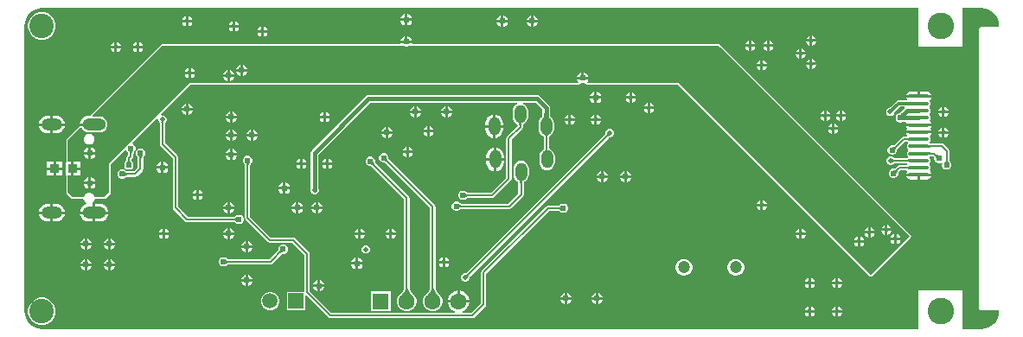
<source format=gbl>
G04*
G04 #@! TF.GenerationSoftware,Altium Limited,Altium Designer,21.2.1 (34)*
G04*
G04 Layer_Physical_Order=2*
G04 Layer_Color=16711680*
%FSLAX25Y25*%
%MOIN*%
G70*
G04*
G04 #@! TF.SameCoordinates,937FA343-5D84-449D-BBD7-2FC7B833E5F3*
G04*
G04*
G04 #@! TF.FilePolarity,Positive*
G04*
G01*
G75*
%ADD19C,0.01200*%
%ADD30R,0.03800X0.03500*%
%ADD86C,0.00800*%
%ADD88C,0.01600*%
%ADD89C,0.04724*%
%ADD90O,0.04724X0.07087*%
%ADD91O,0.07870X0.04720*%
%ADD92O,0.09060X0.04720*%
%ADD93R,0.05906X0.05906*%
%ADD94C,0.05906*%
%ADD95C,0.06299*%
%ADD96R,0.06299X0.06299*%
%ADD97C,0.10236*%
%ADD98C,0.09449*%
%ADD99C,0.02000*%
%ADD100C,0.02400*%
%ADD101O,0.07874X0.01575*%
G36*
X363523Y116863D02*
X364790Y116479D01*
X365958Y115854D01*
X366982Y115014D01*
X367823Y113990D01*
X368447Y112822D01*
X368831Y111554D01*
X368957Y110283D01*
X368908Y109783D01*
X362205D01*
X361775Y109698D01*
X361412Y109455D01*
X361169Y109091D01*
X361083Y108661D01*
Y1575D01*
X361169Y1146D01*
X361412Y782D01*
X361775Y539D01*
X362205Y453D01*
X368908D01*
X368957Y-47D01*
X368831Y-1318D01*
X368447Y-2586D01*
X367823Y-3754D01*
X366982Y-4778D01*
X365958Y-5618D01*
X364790Y-6242D01*
X363523Y-6627D01*
X362218Y-6755D01*
X362205Y-6752D01*
X355000D01*
X355000Y8000D01*
X338000Y8000D01*
X338000Y-6752D01*
X-0D01*
X-14Y-6755D01*
X-1318Y-6627D01*
X-2586Y-6242D01*
X-3754Y-5618D01*
X-4778Y-4778D01*
X-5618Y-3754D01*
X-6242Y-2586D01*
X-6627Y-1318D01*
X-6755Y-14D01*
X-6752Y0D01*
Y110236D01*
X-6755Y110250D01*
X-6627Y111554D01*
X-6242Y112822D01*
X-5618Y113990D01*
X-4778Y115014D01*
X-3754Y115854D01*
X-2586Y116479D01*
X-1318Y116863D01*
X-14Y116991D01*
X-0Y116989D01*
X337866D01*
X337866Y102236D01*
X354866Y102236D01*
X354866Y116989D01*
X362205D01*
X362218Y116991D01*
X363523Y116863D01*
D02*
G37*
%LPC*%
G36*
X141000Y114674D02*
Y113000D01*
X142674D01*
X142365Y113746D01*
X141746Y114365D01*
X141000Y114674D01*
D02*
G37*
G36*
X140000D02*
X139254Y114365D01*
X138635Y113746D01*
X138326Y113000D01*
X140000D01*
Y114674D01*
D02*
G37*
G36*
X189500Y114174D02*
Y112500D01*
X191174D01*
X190865Y113246D01*
X190246Y113865D01*
X189500Y114174D01*
D02*
G37*
G36*
X188500D02*
X187754Y113865D01*
X187135Y113246D01*
X186826Y112500D01*
X188500D01*
Y114174D01*
D02*
G37*
G36*
X178000D02*
Y112500D01*
X179674D01*
X179365Y113246D01*
X178746Y113865D01*
X178000Y114174D01*
D02*
G37*
G36*
X177000D02*
X176254Y113865D01*
X175635Y113246D01*
X175326Y112500D01*
X177000D01*
Y114174D01*
D02*
G37*
G36*
X56500Y113958D02*
Y112500D01*
X57958D01*
X57696Y113133D01*
X57133Y113696D01*
X56500Y113958D01*
D02*
G37*
G36*
X55500D02*
X54867Y113696D01*
X54304Y113133D01*
X54042Y112500D01*
X55500D01*
Y113958D01*
D02*
G37*
G36*
X74500Y111958D02*
Y110500D01*
X75958D01*
X75696Y111133D01*
X75133Y111696D01*
X74500Y111958D01*
D02*
G37*
G36*
X73500D02*
X72867Y111696D01*
X72304Y111133D01*
X72042Y110500D01*
X73500D01*
Y111958D01*
D02*
G37*
G36*
X142674Y112000D02*
X141000D01*
Y110326D01*
X141746Y110635D01*
X142365Y111254D01*
X142674Y112000D01*
D02*
G37*
G36*
X140000D02*
X138326D01*
X138635Y111254D01*
X139254Y110635D01*
X140000Y110326D01*
Y112000D01*
D02*
G37*
G36*
X57958Y111500D02*
X56500D01*
Y110042D01*
X57133Y110304D01*
X57696Y110867D01*
X57958Y111500D01*
D02*
G37*
G36*
X55500D02*
X54042D01*
X54304Y110867D01*
X54867Y110304D01*
X55500Y110042D01*
Y111500D01*
D02*
G37*
G36*
X191174D02*
X189500D01*
Y109826D01*
X190246Y110135D01*
X190865Y110754D01*
X191174Y111500D01*
D02*
G37*
G36*
X188500D02*
X186826D01*
X187135Y110754D01*
X187754Y110135D01*
X188500Y109826D01*
Y111500D01*
D02*
G37*
G36*
X179674D02*
X178000D01*
Y109826D01*
X178746Y110135D01*
X179365Y110754D01*
X179674Y111500D01*
D02*
G37*
G36*
X177000D02*
X175326D01*
X175635Y110754D01*
X176254Y110135D01*
X177000Y109826D01*
Y111500D01*
D02*
G37*
G36*
X85500Y109958D02*
Y108500D01*
X86958D01*
X86695Y109133D01*
X86133Y109695D01*
X85500Y109958D01*
D02*
G37*
G36*
X84500D02*
X83867Y109695D01*
X83305Y109133D01*
X83042Y108500D01*
X84500D01*
Y109958D01*
D02*
G37*
G36*
X75958Y109500D02*
X74500D01*
Y108042D01*
X75133Y108305D01*
X75696Y108867D01*
X75958Y109500D01*
D02*
G37*
G36*
X73500D02*
X72042D01*
X72304Y108867D01*
X72867Y108305D01*
X73500Y108042D01*
Y109500D01*
D02*
G37*
G36*
X86958Y107500D02*
X85500D01*
Y106042D01*
X86133Y106305D01*
X86695Y106867D01*
X86958Y107500D01*
D02*
G37*
G36*
X84500D02*
X83042D01*
X83305Y106867D01*
X83867Y106305D01*
X84500Y106042D01*
Y107500D01*
D02*
G37*
G36*
X297000Y106458D02*
Y105000D01*
X298458D01*
X298196Y105633D01*
X297633Y106195D01*
X297000Y106458D01*
D02*
G37*
G36*
X296000D02*
X295367Y106195D01*
X294805Y105633D01*
X294542Y105000D01*
X296000D01*
Y106458D01*
D02*
G37*
G36*
X701Y115561D02*
X-701D01*
X-2055Y115198D01*
X-3269Y114497D01*
X-4261Y113505D01*
X-4962Y112291D01*
X-5324Y110937D01*
Y109535D01*
X-4962Y108181D01*
X-4261Y106967D01*
X-3269Y105976D01*
X-2055Y105275D01*
X-701Y104912D01*
X701D01*
X2055Y105275D01*
X3269Y105976D01*
X4261Y106967D01*
X4962Y108181D01*
X5324Y109535D01*
Y110937D01*
X4962Y112291D01*
X4261Y113505D01*
X3269Y114497D01*
X2055Y115198D01*
X701Y115561D01*
D02*
G37*
G36*
X141000Y106174D02*
Y104500D01*
X142674D01*
X142365Y105246D01*
X141746Y105865D01*
X141000Y106174D01*
D02*
G37*
G36*
X140000D02*
X139254Y105865D01*
X138635Y105246D01*
X138326Y104500D01*
X140000D01*
Y106174D01*
D02*
G37*
G36*
X142742Y103500D02*
X138258D01*
X138024Y103149D01*
X82241D01*
X82000Y103249D01*
X46600D01*
X46141Y103059D01*
X23541Y80459D01*
X19114Y76032D01*
X19064Y75913D01*
X18973Y75821D01*
Y75692D01*
X18923Y75573D01*
X18884Y75514D01*
X17998D01*
X17120Y75399D01*
X16303Y75060D01*
X15601Y74522D01*
X15063Y73820D01*
X14724Y73002D01*
X14674Y72625D01*
X20168D01*
Y71625D01*
X14674D01*
X14698Y71446D01*
X14691Y71443D01*
X14505Y71406D01*
X14468Y71350D01*
X14406Y71325D01*
X9541Y66459D01*
X9351Y66000D01*
Y57868D01*
X9438Y57658D01*
X9311Y57468D01*
X9311D01*
Y52768D01*
X9311D01*
X9438Y52579D01*
X9351Y52368D01*
Y46000D01*
X9541Y45541D01*
X11541Y43541D01*
X12000Y43351D01*
X15640D01*
X15750Y43317D01*
X16173Y43082D01*
X16353Y42649D01*
X16444Y42557D01*
X16494Y42438D01*
X16910Y42021D01*
X17029Y41972D01*
X17121Y41881D01*
X17121Y41518D01*
X17073Y41359D01*
X16303Y41040D01*
X15601Y40502D01*
X15063Y39800D01*
X14724Y38982D01*
X14674Y38605D01*
X19668D01*
Y41494D01*
X19569D01*
X19386Y41972D01*
X19505Y42021D01*
X19921Y42438D01*
X19971Y42557D01*
X20062Y42649D01*
X20242Y43082D01*
X20726Y43351D01*
X24000D01*
X24459Y43541D01*
X26459Y45541D01*
X26649Y46000D01*
Y56731D01*
X32093Y62175D01*
X32683Y62058D01*
X32774Y61838D01*
X32946Y61666D01*
X32990Y61553D01*
X33058Y61481D01*
X33103Y61427D01*
X33140Y61375D01*
X33171Y61324D01*
X33195Y61274D01*
X33215Y61224D01*
X33230Y61174D01*
X33241Y61121D01*
X33248Y61066D01*
X33251Y60981D01*
X33280Y60917D01*
Y60348D01*
X32779Y59847D01*
X32558Y59516D01*
X32480Y59126D01*
Y58441D01*
X32451Y58377D01*
X32448Y58292D01*
X32441Y58237D01*
X32430Y58184D01*
X32415Y58134D01*
X32395Y58084D01*
X32371Y58034D01*
X32340Y57983D01*
X32303Y57931D01*
X32258Y57877D01*
X32190Y57805D01*
X32146Y57692D01*
X31974Y57520D01*
X31700Y56858D01*
Y56142D01*
X31974Y55480D01*
X32480Y54974D01*
X33142Y54700D01*
X33858D01*
X34520Y54974D01*
X35026Y55480D01*
X35300Y56142D01*
Y56858D01*
X35026Y57520D01*
X34854Y57692D01*
X34810Y57805D01*
X34742Y57877D01*
X34697Y57931D01*
X34660Y57983D01*
X34629Y58034D01*
X34604Y58084D01*
X34585Y58134D01*
X34570Y58184D01*
X34559Y58237D01*
X34552Y58292D01*
X34549Y58377D01*
X34520Y58441D01*
Y58704D01*
X35021Y59205D01*
X35242Y59536D01*
X35320Y59926D01*
Y60917D01*
X35349Y60981D01*
X35352Y61066D01*
X35359Y61121D01*
X35370Y61174D01*
X35385Y61224D01*
X35405Y61274D01*
X35429Y61324D01*
X35460Y61375D01*
X35497Y61427D01*
X35542Y61481D01*
X35610Y61553D01*
X35654Y61666D01*
X35826Y61838D01*
X36100Y62500D01*
Y63216D01*
X35826Y63878D01*
X35320Y64384D01*
X35100Y64475D01*
X34983Y65065D01*
X44375Y74457D01*
X44493Y74424D01*
X44837Y74212D01*
Y73693D01*
X45081Y73105D01*
X45221Y72965D01*
X45263Y72853D01*
X45300Y72813D01*
X45316Y72794D01*
X45329Y72773D01*
X45342Y72749D01*
X45353Y72721D01*
X45364Y72689D01*
X45373Y72651D01*
X45380Y72606D01*
X45386Y72554D01*
X45388Y72475D01*
X45417Y72409D01*
Y64563D01*
X45495Y64173D01*
X45716Y63842D01*
X50480Y59078D01*
Y40000D01*
X50558Y39610D01*
X50779Y39279D01*
X55279Y34779D01*
X55610Y34558D01*
X56000Y34480D01*
X74059D01*
X74123Y34451D01*
X74208Y34448D01*
X74263Y34441D01*
X74316Y34430D01*
X74366Y34415D01*
X74416Y34396D01*
X74466Y34371D01*
X74517Y34340D01*
X74569Y34303D01*
X74623Y34258D01*
X74695Y34190D01*
X74808Y34146D01*
X74980Y33974D01*
X75642Y33700D01*
X76358D01*
X77020Y33974D01*
X77526Y34480D01*
X77800Y35142D01*
Y35858D01*
X77526Y36520D01*
X77020Y37026D01*
X76358Y37300D01*
X75642D01*
X74980Y37026D01*
X74808Y36854D01*
X74695Y36810D01*
X74623Y36742D01*
X74569Y36697D01*
X74517Y36660D01*
X74466Y36629D01*
X74416Y36604D01*
X74366Y36585D01*
X74316Y36570D01*
X74263Y36559D01*
X74208Y36552D01*
X74123Y36549D01*
X74059Y36520D01*
X56422D01*
X52520Y40422D01*
Y59500D01*
X52442Y59890D01*
X52221Y60221D01*
X47457Y64985D01*
Y72409D01*
X47486Y72475D01*
X47488Y72554D01*
X47493Y72606D01*
X47501Y72651D01*
X47510Y72689D01*
X47521Y72721D01*
X47532Y72749D01*
X47545Y72773D01*
X47559Y72794D01*
X47574Y72813D01*
X47611Y72853D01*
X47653Y72965D01*
X47793Y73105D01*
X48037Y73693D01*
Y74329D01*
X47793Y74918D01*
X47343Y75368D01*
X46755Y75611D01*
X46237D01*
X46024Y75955D01*
X45992Y76073D01*
X57269Y87351D01*
X206682D01*
X206801Y87400D01*
X206930D01*
X207021Y87491D01*
X207141Y87541D01*
X207190Y87660D01*
X207282Y87752D01*
X207375Y87976D01*
X207917Y88262D01*
X207989Y88263D01*
X208142Y88200D01*
X208858D01*
X209011Y88263D01*
X209083Y88262D01*
X209625Y87976D01*
X209718Y87752D01*
X209810Y87660D01*
X209859Y87541D01*
X209979Y87491D01*
X210070Y87400D01*
X210199D01*
X210318Y87351D01*
X245231D01*
X319041Y13541D01*
X319500Y13351D01*
X319959Y13541D01*
X334959Y28541D01*
X334959Y28541D01*
X335149Y29000D01*
X335148Y29003D01*
X334959Y29459D01*
X261459Y102959D01*
X261000Y103149D01*
X142976D01*
X142742Y103500D01*
D02*
G37*
G36*
X280500Y104458D02*
Y103000D01*
X281958D01*
X281696Y103633D01*
X281133Y104195D01*
X280500Y104458D01*
D02*
G37*
G36*
X279500D02*
X278867Y104195D01*
X278305Y103633D01*
X278042Y103000D01*
X279500D01*
Y104458D01*
D02*
G37*
G36*
X273500D02*
Y103000D01*
X274958D01*
X274695Y103633D01*
X274133Y104195D01*
X273500Y104458D01*
D02*
G37*
G36*
X272500D02*
X271867Y104195D01*
X271304Y103633D01*
X271042Y103000D01*
X272500D01*
Y104458D01*
D02*
G37*
G36*
X298458Y104000D02*
X297000D01*
Y102542D01*
X297633Y102805D01*
X298196Y103367D01*
X298458Y104000D01*
D02*
G37*
G36*
X296000D02*
X294542D01*
X294805Y103367D01*
X295367Y102805D01*
X296000Y102542D01*
Y104000D01*
D02*
G37*
G36*
X37500Y103958D02*
Y102500D01*
X38958D01*
X38695Y103133D01*
X38133Y103695D01*
X37500Y103958D01*
D02*
G37*
G36*
X36500D02*
X35867Y103695D01*
X35304Y103133D01*
X35042Y102500D01*
X36500D01*
Y103958D01*
D02*
G37*
G36*
X29000D02*
Y102500D01*
X30458D01*
X30196Y103133D01*
X29633Y103695D01*
X29000Y103958D01*
D02*
G37*
G36*
X28000D02*
X27367Y103695D01*
X26805Y103133D01*
X26542Y102500D01*
X28000D01*
Y103958D01*
D02*
G37*
G36*
X281958Y102000D02*
X280500D01*
Y100542D01*
X281133Y100804D01*
X281696Y101367D01*
X281958Y102000D01*
D02*
G37*
G36*
X279500D02*
X278042D01*
X278305Y101367D01*
X278867Y100804D01*
X279500Y100542D01*
Y102000D01*
D02*
G37*
G36*
X274958D02*
X273500D01*
Y100542D01*
X274133Y100804D01*
X274695Y101367D01*
X274958Y102000D01*
D02*
G37*
G36*
X272500D02*
X271042D01*
X271304Y101367D01*
X271867Y100804D01*
X272500Y100542D01*
Y102000D01*
D02*
G37*
G36*
X38958Y101500D02*
X37500D01*
Y100042D01*
X38133Y100304D01*
X38695Y100867D01*
X38958Y101500D01*
D02*
G37*
G36*
X36500D02*
X35042D01*
X35304Y100867D01*
X35867Y100304D01*
X36500Y100042D01*
Y101500D01*
D02*
G37*
G36*
X30458D02*
X29000D01*
Y100042D01*
X29633Y100304D01*
X30196Y100867D01*
X30458Y101500D01*
D02*
G37*
G36*
X28000D02*
X26542D01*
X26805Y100867D01*
X27367Y100304D01*
X28000Y100042D01*
Y101500D01*
D02*
G37*
G36*
X293000Y101458D02*
Y100000D01*
X294458D01*
X294196Y100633D01*
X293633Y101196D01*
X293000Y101458D01*
D02*
G37*
G36*
X292000D02*
X291367Y101196D01*
X290805Y100633D01*
X290542Y100000D01*
X292000D01*
Y101458D01*
D02*
G37*
G36*
X294458Y99000D02*
X293000D01*
Y97542D01*
X293633Y97804D01*
X294196Y98367D01*
X294458Y99000D01*
D02*
G37*
G36*
X292000D02*
X290542D01*
X290805Y98367D01*
X291367Y97804D01*
X292000Y97542D01*
Y99000D01*
D02*
G37*
G36*
X297000Y97458D02*
Y96000D01*
X298458D01*
X298196Y96633D01*
X297633Y97196D01*
X297000Y97458D01*
D02*
G37*
G36*
X296000D02*
X295367Y97196D01*
X294805Y96633D01*
X294542Y96000D01*
X296000D01*
Y97458D01*
D02*
G37*
G36*
X278000Y96958D02*
Y95500D01*
X279458D01*
X279195Y96133D01*
X278633Y96696D01*
X278000Y96958D01*
D02*
G37*
G36*
X277000D02*
X276367Y96696D01*
X275804Y96133D01*
X275542Y95500D01*
X277000D01*
Y96958D01*
D02*
G37*
G36*
X298458Y95000D02*
X297000D01*
Y93542D01*
X297633Y93805D01*
X298196Y94367D01*
X298458Y95000D01*
D02*
G37*
G36*
X296000D02*
X294542D01*
X294805Y94367D01*
X295367Y93805D01*
X296000Y93542D01*
Y95000D01*
D02*
G37*
G36*
X279458Y94500D02*
X278000D01*
Y93042D01*
X278633Y93305D01*
X279195Y93867D01*
X279458Y94500D01*
D02*
G37*
G36*
X277000D02*
X275542D01*
X275804Y93867D01*
X276367Y93305D01*
X277000Y93042D01*
Y94500D01*
D02*
G37*
G36*
X341150Y84822D02*
X338500D01*
Y83500D01*
X342873D01*
X342833Y83697D01*
X342438Y84289D01*
X341847Y84684D01*
X341150Y84822D01*
D02*
G37*
G36*
X337500D02*
X334850D01*
X334153Y84684D01*
X333562Y84289D01*
X333167Y83697D01*
X333127Y83500D01*
X337500D01*
Y84822D01*
D02*
G37*
G36*
X191000Y83427D02*
X191000Y83427D01*
X126000D01*
X126000Y83427D01*
X125454Y83319D01*
X124991Y83009D01*
X124991Y83009D01*
X104100Y62119D01*
X103790Y61656D01*
X103682Y61109D01*
X103682Y61109D01*
Y47426D01*
X103509Y47009D01*
Y46373D01*
X103753Y45785D01*
X104203Y45334D01*
X104791Y45091D01*
X105428D01*
X106016Y45334D01*
X106466Y45785D01*
X106709Y46373D01*
Y47009D01*
X106537Y47426D01*
Y60518D01*
X126591Y80573D01*
X183149D01*
X183248Y80073D01*
X182906Y79931D01*
X182287Y79456D01*
X181813Y78837D01*
X181514Y78117D01*
X181412Y77343D01*
Y74981D01*
X181514Y74208D01*
X181813Y73487D01*
X182287Y72868D01*
X182906Y72394D01*
X183323Y72221D01*
X183325Y72208D01*
X183338Y72119D01*
X183347Y72002D01*
X183351Y71844D01*
X183380Y71777D01*
Y71622D01*
X179279Y67521D01*
X179058Y67190D01*
X178980Y66800D01*
Y51622D01*
X173178Y45820D01*
X164241D01*
X164177Y45849D01*
X164092Y45852D01*
X164037Y45859D01*
X163984Y45870D01*
X163934Y45885D01*
X163884Y45904D01*
X163834Y45929D01*
X163783Y45960D01*
X163731Y45997D01*
X163677Y46042D01*
X163605Y46110D01*
X163492Y46154D01*
X163320Y46326D01*
X162658Y46600D01*
X161942D01*
X161280Y46326D01*
X160774Y45820D01*
X160500Y45158D01*
Y44442D01*
X160774Y43780D01*
X161280Y43274D01*
X161942Y43000D01*
X162658D01*
X163320Y43274D01*
X163492Y43446D01*
X163605Y43490D01*
X163677Y43558D01*
X163731Y43603D01*
X163783Y43640D01*
X163834Y43671D01*
X163884Y43696D01*
X163934Y43715D01*
X163984Y43730D01*
X164037Y43741D01*
X164092Y43748D01*
X164177Y43751D01*
X164241Y43780D01*
X173600D01*
X173990Y43858D01*
X174321Y44079D01*
X180721Y50479D01*
X180942Y50810D01*
X181020Y51200D01*
Y66378D01*
X185121Y70479D01*
X185342Y70810D01*
X185420Y71200D01*
Y71777D01*
X185449Y71844D01*
X185453Y72002D01*
X185462Y72119D01*
X185475Y72208D01*
X185477Y72221D01*
X185894Y72394D01*
X186513Y72868D01*
X186987Y73487D01*
X187286Y74208D01*
X187388Y74981D01*
Y77343D01*
X187286Y78117D01*
X186987Y78837D01*
X186513Y79456D01*
X185894Y79931D01*
X185552Y80073D01*
X185651Y80573D01*
X190409D01*
X192973Y78009D01*
Y76495D01*
X192951Y76445D01*
X192943Y76062D01*
X192922Y75740D01*
X192887Y75469D01*
X192843Y75252D01*
X192805Y75129D01*
X192398Y74817D01*
X192348Y74796D01*
X192338Y74770D01*
X192287Y74732D01*
X191813Y74113D01*
X191514Y73392D01*
X191412Y72619D01*
Y70257D01*
X191514Y69483D01*
X191813Y68763D01*
X192287Y68144D01*
X192906Y67669D01*
X193480Y67431D01*
X193488Y67376D01*
X193497Y67261D01*
X193501Y67105D01*
X193506Y67093D01*
X193502Y67081D01*
X193530Y67022D01*
Y63014D01*
X193501Y62947D01*
X193497Y62790D01*
X193488Y62671D01*
X193475Y62580D01*
X193466Y62538D01*
X193206Y62431D01*
X192587Y61956D01*
X192113Y61337D01*
X191814Y60617D01*
X191712Y59843D01*
Y57481D01*
X191814Y56708D01*
X192113Y55987D01*
X192587Y55368D01*
X193206Y54894D01*
X193927Y54595D01*
X194700Y54493D01*
X195473Y54595D01*
X196194Y54894D01*
X196813Y55368D01*
X197287Y55987D01*
X197586Y56708D01*
X197688Y57481D01*
Y59843D01*
X197586Y60617D01*
X197287Y61337D01*
X196813Y61956D01*
X196194Y62431D01*
X195620Y62669D01*
X195612Y62724D01*
X195603Y62839D01*
X195599Y62995D01*
X195594Y63007D01*
X195598Y63019D01*
X195570Y63078D01*
Y67086D01*
X195599Y67153D01*
X195603Y67310D01*
X195612Y67429D01*
X195625Y67520D01*
X195634Y67562D01*
X195894Y67669D01*
X196513Y68144D01*
X196987Y68763D01*
X197286Y69483D01*
X197388Y70257D01*
Y72619D01*
X197286Y73392D01*
X196987Y74113D01*
X196513Y74732D01*
X196462Y74770D01*
X196452Y74796D01*
X196402Y74817D01*
X195995Y75129D01*
X195957Y75252D01*
X195915Y75459D01*
X195857Y76071D01*
X195849Y76445D01*
X195827Y76495D01*
Y78600D01*
X195827Y78600D01*
X195719Y79146D01*
X195409Y79609D01*
X195409Y79609D01*
X192009Y83009D01*
X191546Y83319D01*
X191000Y83427D01*
D02*
G37*
G36*
X227500Y84458D02*
Y83000D01*
X228958D01*
X228696Y83633D01*
X228133Y84196D01*
X227500Y84458D01*
D02*
G37*
G36*
X226500D02*
X225867Y84196D01*
X225305Y83633D01*
X225042Y83000D01*
X226500D01*
Y84458D01*
D02*
G37*
G36*
X214000Y84674D02*
Y83000D01*
X215674D01*
X215365Y83746D01*
X214746Y84365D01*
X214000Y84674D01*
D02*
G37*
G36*
X213000D02*
X212254Y84365D01*
X211635Y83746D01*
X211326Y83000D01*
X213000D01*
Y84674D01*
D02*
G37*
G36*
X228958Y82000D02*
X227500D01*
Y80542D01*
X228133Y80805D01*
X228696Y81367D01*
X228958Y82000D01*
D02*
G37*
G36*
X226500D02*
X225042D01*
X225305Y81367D01*
X225867Y80805D01*
X226500Y80542D01*
Y82000D01*
D02*
G37*
G36*
X215674D02*
X214000D01*
Y80326D01*
X214746Y80635D01*
X215365Y81254D01*
X215674Y82000D01*
D02*
G37*
G36*
X213000D02*
X211326D01*
X211635Y81254D01*
X212254Y80635D01*
X213000Y80326D01*
Y82000D01*
D02*
G37*
G36*
X234500Y80458D02*
Y79000D01*
X235958D01*
X235696Y79633D01*
X235133Y80195D01*
X234500Y80458D01*
D02*
G37*
G36*
X233500D02*
X232867Y80195D01*
X232305Y79633D01*
X232042Y79000D01*
X233500D01*
Y80458D01*
D02*
G37*
G36*
X56500Y80174D02*
Y78500D01*
X58174D01*
X57865Y79246D01*
X57246Y79865D01*
X56500Y80174D01*
D02*
G37*
G36*
X55500D02*
X54754Y79865D01*
X54135Y79246D01*
X53826Y78500D01*
X55500D01*
Y80174D01*
D02*
G37*
G36*
X348000Y78958D02*
Y77500D01*
X349458D01*
X349196Y78133D01*
X348633Y78695D01*
X348000Y78958D01*
D02*
G37*
G36*
X347000D02*
X346367Y78695D01*
X345805Y78133D01*
X345542Y77500D01*
X347000D01*
Y78958D01*
D02*
G37*
G36*
X156500Y79174D02*
Y77500D01*
X158174D01*
X157865Y78246D01*
X157246Y78865D01*
X156500Y79174D01*
D02*
G37*
G36*
X155500D02*
X154754Y78865D01*
X154135Y78246D01*
X153826Y77500D01*
X155500D01*
Y79174D01*
D02*
G37*
G36*
X144500D02*
Y77500D01*
X146174D01*
X145865Y78246D01*
X145246Y78865D01*
X144500Y79174D01*
D02*
G37*
G36*
X143500D02*
X142754Y78865D01*
X142135Y78246D01*
X141826Y77500D01*
X143500D01*
Y79174D01*
D02*
G37*
G36*
X235958Y78000D02*
X234500D01*
Y76542D01*
X235133Y76805D01*
X235696Y77367D01*
X235958Y78000D01*
D02*
G37*
G36*
X233500D02*
X232042D01*
X232305Y77367D01*
X232867Y76805D01*
X233500Y76542D01*
Y78000D01*
D02*
G37*
G36*
X308500Y77458D02*
Y76000D01*
X309958D01*
X309696Y76633D01*
X309133Y77196D01*
X308500Y77458D01*
D02*
G37*
G36*
X307500D02*
X306867Y77196D01*
X306305Y76633D01*
X306042Y76000D01*
X307500D01*
Y77458D01*
D02*
G37*
G36*
X302500D02*
Y76000D01*
X303958D01*
X303696Y76633D01*
X303133Y77196D01*
X302500Y77458D01*
D02*
G37*
G36*
X301500D02*
X300867Y77196D01*
X300305Y76633D01*
X300042Y76000D01*
X301500D01*
Y77458D01*
D02*
G37*
G36*
X58174Y77500D02*
X56500D01*
Y75826D01*
X57246Y76135D01*
X57865Y76754D01*
X58174Y77500D01*
D02*
G37*
G36*
X55500D02*
X53826D01*
X54135Y76754D01*
X54754Y76135D01*
X55500Y75826D01*
Y77500D01*
D02*
G37*
G36*
X109500Y76958D02*
Y75500D01*
X110958D01*
X110696Y76133D01*
X110133Y76696D01*
X109500Y76958D01*
D02*
G37*
G36*
X108500D02*
X107867Y76696D01*
X107305Y76133D01*
X107042Y75500D01*
X108500D01*
Y76958D01*
D02*
G37*
G36*
X73500Y77174D02*
Y75500D01*
X75174D01*
X74865Y76246D01*
X74246Y76865D01*
X73500Y77174D01*
D02*
G37*
G36*
X72500D02*
X71754Y76865D01*
X71135Y76246D01*
X70826Y75500D01*
X72500D01*
Y77174D01*
D02*
G37*
G36*
X349458Y76500D02*
X348000D01*
Y75042D01*
X348633Y75305D01*
X349196Y75867D01*
X349458Y76500D01*
D02*
G37*
G36*
X347000D02*
X345542D01*
X345805Y75867D01*
X346367Y75305D01*
X347000Y75042D01*
Y76500D01*
D02*
G37*
G36*
X158174D02*
X156500D01*
Y74826D01*
X157246Y75135D01*
X157865Y75754D01*
X158174Y76500D01*
D02*
G37*
G36*
X155500D02*
X153826D01*
X154135Y75754D01*
X154754Y75135D01*
X155500Y74826D01*
Y76500D01*
D02*
G37*
G36*
X146174D02*
X144500D01*
Y74826D01*
X145246Y75135D01*
X145865Y75754D01*
X146174Y76500D01*
D02*
G37*
G36*
X143500D02*
X141826D01*
X142135Y75754D01*
X142754Y75135D01*
X143500Y74826D01*
Y76500D01*
D02*
G37*
G36*
X214000Y75958D02*
Y74500D01*
X215458D01*
X215195Y75133D01*
X214633Y75696D01*
X214000Y75958D01*
D02*
G37*
G36*
X213000D02*
X212367Y75696D01*
X211805Y75133D01*
X211542Y74500D01*
X213000D01*
Y75958D01*
D02*
G37*
G36*
X204000D02*
Y74500D01*
X205458D01*
X205195Y75133D01*
X204633Y75696D01*
X204000Y75958D01*
D02*
G37*
G36*
X203000D02*
X202367Y75696D01*
X201804Y75133D01*
X201542Y74500D01*
X203000D01*
Y75958D01*
D02*
G37*
G36*
X309958Y75000D02*
X308500D01*
Y73542D01*
X309133Y73804D01*
X309696Y74367D01*
X309958Y75000D01*
D02*
G37*
G36*
X307500D02*
X306042D01*
X306305Y74367D01*
X306867Y73804D01*
X307500Y73542D01*
Y75000D01*
D02*
G37*
G36*
X303958D02*
X302500D01*
Y73542D01*
X303133Y73804D01*
X303696Y74367D01*
X303958Y75000D01*
D02*
G37*
G36*
X301500D02*
X300042D01*
X300305Y74367D01*
X300867Y73804D01*
X301500Y73542D01*
Y75000D01*
D02*
G37*
G36*
X110958Y74500D02*
X109500D01*
Y73042D01*
X110133Y73304D01*
X110696Y73867D01*
X110958Y74500D01*
D02*
G37*
G36*
X108500D02*
X107042D01*
X107305Y73867D01*
X107867Y73304D01*
X108500Y73042D01*
Y74500D01*
D02*
G37*
G36*
X75174D02*
X73500D01*
Y72826D01*
X74246Y73135D01*
X74865Y73754D01*
X75174Y74500D01*
D02*
G37*
G36*
X72500D02*
X70826D01*
X71135Y73754D01*
X71754Y73135D01*
X72500Y72826D01*
Y74500D01*
D02*
G37*
G36*
X5413Y75514D02*
X4338D01*
Y72625D01*
X8736D01*
X8686Y73002D01*
X8348Y73820D01*
X7809Y74522D01*
X7107Y75060D01*
X6290Y75399D01*
X5413Y75514D01*
D02*
G37*
G36*
X3338D02*
X2263D01*
X1386Y75399D01*
X568Y75060D01*
X-134Y74522D01*
X-672Y73820D01*
X-1011Y73002D01*
X-1060Y72625D01*
X3338D01*
Y75514D01*
D02*
G37*
G36*
X342873Y82500D02*
X338000D01*
X333127D01*
X333167Y82303D01*
X333371Y81997D01*
X333371Y81969D01*
X333157Y81511D01*
X333115Y81479D01*
X333087Y81468D01*
X330244D01*
X329776Y81375D01*
X329379Y81109D01*
X327172Y78902D01*
X327111Y78878D01*
X327038Y78806D01*
X326916Y78693D01*
X326826Y78621D01*
X326809Y78609D01*
X326805Y78606D01*
X326793Y78600D01*
X326682D01*
X326094Y78356D01*
X325644Y77906D01*
X325400Y77318D01*
Y76682D01*
X325644Y76094D01*
X326094Y75644D01*
X326682Y75400D01*
X327318D01*
X327906Y75644D01*
X328356Y76094D01*
X328600Y76682D01*
Y76793D01*
X328606Y76805D01*
X328608Y76809D01*
X328614Y76817D01*
X328812Y77044D01*
X328877Y77110D01*
X328902Y77172D01*
X330751Y79021D01*
X332480D01*
X332631Y78521D01*
X332578Y78485D01*
X332578Y78485D01*
X331015Y76922D01*
X330962Y76900D01*
X330870Y76808D01*
X330589Y76541D01*
X330580Y76532D01*
X330486D01*
X329824Y76258D01*
X329318Y75752D01*
X329044Y75090D01*
Y74374D01*
X329318Y73713D01*
X329824Y73206D01*
X330486Y72932D01*
X331202D01*
X331864Y73206D01*
X331910Y73253D01*
X332493Y73284D01*
X332537Y73305D01*
X332987D01*
X333254Y72805D01*
X333167Y72674D01*
X333127Y72476D01*
X338000D01*
X342873D01*
X342833Y72674D01*
X342438Y73265D01*
X342360Y73317D01*
X342301Y73958D01*
X342457Y74191D01*
X342564Y74732D01*
X342457Y75274D01*
X342150Y75732D01*
X342035Y75810D01*
Y76411D01*
X342150Y76488D01*
X342457Y76947D01*
X342564Y77488D01*
X342457Y78030D01*
X342150Y78488D01*
X342035Y78566D01*
Y79167D01*
X342150Y79244D01*
X342457Y79703D01*
X342564Y80244D01*
X342457Y80785D01*
X342301Y81018D01*
X342360Y81659D01*
X342438Y81711D01*
X342833Y82303D01*
X342873Y82500D01*
D02*
G37*
G36*
X215458Y73500D02*
X214000D01*
Y72042D01*
X214633Y72304D01*
X215195Y72867D01*
X215458Y73500D01*
D02*
G37*
G36*
X213000D02*
X211542D01*
X211805Y72867D01*
X212367Y72304D01*
X213000Y72042D01*
Y73500D01*
D02*
G37*
G36*
X205458D02*
X204000D01*
Y72042D01*
X204633Y72304D01*
X205195Y72867D01*
X205458Y73500D01*
D02*
G37*
G36*
X203000D02*
X201542D01*
X201804Y72867D01*
X202367Y72304D01*
X203000Y72042D01*
Y73500D01*
D02*
G37*
G36*
X174900Y75944D02*
Y71938D01*
X177791D01*
Y72619D01*
X177676Y73497D01*
X177337Y74314D01*
X176798Y75017D01*
X176096Y75556D01*
X175278Y75895D01*
X174900Y75944D01*
D02*
G37*
G36*
X173900D02*
X173522Y75895D01*
X172704Y75556D01*
X172002Y75017D01*
X171463Y74314D01*
X171124Y73497D01*
X171009Y72619D01*
Y71938D01*
X173900D01*
Y75944D01*
D02*
G37*
G36*
X305500Y72458D02*
Y71000D01*
X306958D01*
X306696Y71633D01*
X306133Y72196D01*
X305500Y72458D01*
D02*
G37*
G36*
X304500D02*
X303867Y72196D01*
X303305Y71633D01*
X303042Y71000D01*
X304500D01*
Y72458D01*
D02*
G37*
G36*
X149500Y71458D02*
Y70000D01*
X150958D01*
X150696Y70633D01*
X150133Y71196D01*
X149500Y71458D01*
D02*
G37*
G36*
X148500D02*
X147867Y71196D01*
X147304Y70633D01*
X147042Y70000D01*
X148500D01*
Y71458D01*
D02*
G37*
G36*
X342873Y71476D02*
X338000D01*
X333127D01*
X333167Y71279D01*
X333562Y70688D01*
Y70509D01*
X333167Y69918D01*
X333127Y69721D01*
X338000D01*
X342873D01*
X342833Y69918D01*
X342438Y70509D01*
Y70688D01*
X342833Y71279D01*
X342873Y71476D01*
D02*
G37*
G36*
X348000Y70958D02*
Y69500D01*
X349458D01*
X349196Y70133D01*
X348633Y70696D01*
X348000Y70958D01*
D02*
G37*
G36*
X347000D02*
X346367Y70696D01*
X345805Y70133D01*
X345542Y69500D01*
X347000D01*
Y70958D01*
D02*
G37*
G36*
X133500Y71174D02*
Y69500D01*
X135174D01*
X134865Y70246D01*
X134246Y70865D01*
X133500Y71174D01*
D02*
G37*
G36*
X132500D02*
X131754Y70865D01*
X131135Y70246D01*
X130826Y69500D01*
X132500D01*
Y71174D01*
D02*
G37*
G36*
X8736Y71625D02*
X4338D01*
Y68736D01*
X5413D01*
X6290Y68852D01*
X7107Y69190D01*
X7809Y69729D01*
X8348Y70431D01*
X8686Y71248D01*
X8736Y71625D01*
D02*
G37*
G36*
X3338D02*
X-1060D01*
X-1011Y71248D01*
X-672Y70431D01*
X-134Y69729D01*
X568Y69190D01*
X1386Y68852D01*
X2263Y68736D01*
X3338D01*
Y71625D01*
D02*
G37*
G36*
X306958Y70000D02*
X305500D01*
Y68542D01*
X306133Y68805D01*
X306696Y69367D01*
X306958Y70000D01*
D02*
G37*
G36*
X304500D02*
X303042D01*
X303305Y69367D01*
X303867Y68805D01*
X304500Y68542D01*
Y70000D01*
D02*
G37*
G36*
X81500Y70174D02*
Y68500D01*
X83174D01*
X82865Y69246D01*
X82246Y69865D01*
X81500Y70174D01*
D02*
G37*
G36*
X80500D02*
X79754Y69865D01*
X79135Y69246D01*
X78826Y68500D01*
X80500D01*
Y70174D01*
D02*
G37*
G36*
X73500D02*
Y68500D01*
X75174D01*
X74865Y69246D01*
X74246Y69865D01*
X73500Y70174D01*
D02*
G37*
G36*
X72500D02*
X71754Y69865D01*
X71135Y69246D01*
X70826Y68500D01*
X72500D01*
Y70174D01*
D02*
G37*
G36*
X150958Y69000D02*
X149500D01*
Y67542D01*
X150133Y67804D01*
X150696Y68367D01*
X150958Y69000D01*
D02*
G37*
G36*
X148500D02*
X147042D01*
X147304Y68367D01*
X147867Y67804D01*
X148500Y67542D01*
Y69000D01*
D02*
G37*
G36*
X349458Y68500D02*
X348000D01*
Y67042D01*
X348633Y67304D01*
X349196Y67867D01*
X349458Y68500D01*
D02*
G37*
G36*
X347000D02*
X345542D01*
X345805Y67867D01*
X346367Y67304D01*
X347000Y67042D01*
Y68500D01*
D02*
G37*
G36*
X177791Y70938D02*
X174900D01*
Y66931D01*
X175278Y66981D01*
X176096Y67320D01*
X176798Y67859D01*
X177337Y68561D01*
X177676Y69379D01*
X177791Y70257D01*
Y70938D01*
D02*
G37*
G36*
X173900D02*
X171009D01*
Y70257D01*
X171124Y69379D01*
X171463Y68561D01*
X172002Y67859D01*
X172704Y67320D01*
X173522Y66981D01*
X173900Y66931D01*
Y70938D01*
D02*
G37*
G36*
X135174Y68500D02*
X133500D01*
Y66826D01*
X134246Y67135D01*
X134865Y67754D01*
X135174Y68500D01*
D02*
G37*
G36*
X132500D02*
X130826D01*
X131135Y67754D01*
X131754Y67135D01*
X132500Y66826D01*
Y68500D01*
D02*
G37*
G36*
X83174Y67500D02*
X81500D01*
Y65826D01*
X82246Y66135D01*
X82865Y66754D01*
X83174Y67500D01*
D02*
G37*
G36*
X80500D02*
X78826D01*
X79135Y66754D01*
X79754Y66135D01*
X80500Y65826D01*
Y67500D01*
D02*
G37*
G36*
X75174D02*
X73500D01*
Y65826D01*
X74246Y66135D01*
X74865Y66754D01*
X75174Y67500D01*
D02*
G37*
G36*
X72500D02*
X70826D01*
X71135Y66754D01*
X71754Y66135D01*
X72500Y65826D01*
Y67500D01*
D02*
G37*
G36*
X141500Y63458D02*
Y62000D01*
X142958D01*
X142695Y62633D01*
X142133Y63196D01*
X141500Y63458D01*
D02*
G37*
G36*
X140500D02*
X139867Y63196D01*
X139304Y62633D01*
X139042Y62000D01*
X140500D01*
Y63458D01*
D02*
G37*
G36*
X73500Y62674D02*
Y61000D01*
X75174D01*
X74865Y61746D01*
X74246Y62365D01*
X73500Y62674D01*
D02*
G37*
G36*
X72500D02*
X71754Y62365D01*
X71135Y61746D01*
X70826Y61000D01*
X72500D01*
Y62674D01*
D02*
G37*
G36*
X142958Y61000D02*
X141500D01*
Y59542D01*
X142133Y59804D01*
X142695Y60367D01*
X142958Y61000D01*
D02*
G37*
G36*
X140500D02*
X139042D01*
X139304Y60367D01*
X139867Y59804D01*
X140500Y59542D01*
Y61000D01*
D02*
G37*
G36*
X175200Y63169D02*
Y59162D01*
X178091D01*
Y59843D01*
X177976Y60721D01*
X177637Y61539D01*
X177098Y62241D01*
X176396Y62780D01*
X175578Y63119D01*
X175200Y63169D01*
D02*
G37*
G36*
X174200D02*
X173822Y63119D01*
X173004Y62780D01*
X172302Y62241D01*
X171763Y61539D01*
X171424Y60721D01*
X171309Y59843D01*
Y59162D01*
X174200D01*
Y63169D01*
D02*
G37*
G36*
X75174Y60000D02*
X73500D01*
Y58326D01*
X74246Y58635D01*
X74865Y59254D01*
X75174Y60000D01*
D02*
G37*
G36*
X72500D02*
X70826D01*
X71135Y59254D01*
X71754Y58635D01*
X72500Y58326D01*
Y60000D01*
D02*
G37*
G36*
X110500Y58958D02*
Y57500D01*
X111958D01*
X111696Y58133D01*
X111133Y58696D01*
X110500Y58958D01*
D02*
G37*
G36*
X109500D02*
X108867Y58696D01*
X108305Y58133D01*
X108042Y57500D01*
X109500D01*
Y58958D01*
D02*
G37*
G36*
X100500D02*
Y57500D01*
X101958D01*
X101696Y58133D01*
X101133Y58696D01*
X100500Y58958D01*
D02*
G37*
G36*
X99500D02*
X98867Y58696D01*
X98304Y58133D01*
X98042Y57500D01*
X99500D01*
Y58958D01*
D02*
G37*
G36*
X47000Y57674D02*
Y56000D01*
X48674D01*
X48365Y56746D01*
X47746Y57365D01*
X47000Y57674D01*
D02*
G37*
G36*
X46000D02*
X45254Y57365D01*
X44635Y56746D01*
X44326Y56000D01*
X46000D01*
Y57674D01*
D02*
G37*
G36*
X7811Y57868D02*
X5411D01*
Y55618D01*
X7811D01*
Y57868D01*
D02*
G37*
G36*
X4411D02*
X2011D01*
Y55618D01*
X4411D01*
Y57868D01*
D02*
G37*
G36*
X111958Y56500D02*
X110500D01*
Y55042D01*
X111133Y55304D01*
X111696Y55867D01*
X111958Y56500D01*
D02*
G37*
G36*
X109500D02*
X108042D01*
X108305Y55867D01*
X108867Y55304D01*
X109500Y55042D01*
Y56500D01*
D02*
G37*
G36*
X101958D02*
X100500D01*
Y55042D01*
X101133Y55304D01*
X101696Y55867D01*
X101958Y56500D01*
D02*
G37*
G36*
X99500D02*
X98042D01*
X98304Y55867D01*
X98867Y55304D01*
X99500Y55042D01*
Y56500D01*
D02*
G37*
G36*
X342873Y68721D02*
X338000D01*
X333127D01*
X333167Y68523D01*
X333502Y68022D01*
X333496Y67918D01*
X333418Y67671D01*
X333320Y67492D01*
X333302Y67484D01*
X332076D01*
X331686Y67407D01*
X331355Y67185D01*
X328451Y64281D01*
X328385Y64257D01*
X328323Y64200D01*
X328279Y64165D01*
X328235Y64136D01*
X328188Y64111D01*
X328139Y64089D01*
X328086Y64071D01*
X328029Y64057D01*
X327965Y64046D01*
X327895Y64040D01*
X327797Y64037D01*
X327685Y63988D01*
X327442D01*
X326780Y63714D01*
X326274Y63208D01*
X326000Y62546D01*
Y61830D01*
X326274Y61169D01*
X326780Y60662D01*
X327442Y60388D01*
X328158D01*
X328820Y60662D01*
X329326Y61169D01*
X329600Y61830D01*
Y62074D01*
X329649Y62185D01*
X329651Y62284D01*
X329658Y62353D01*
X329669Y62417D01*
X329683Y62475D01*
X329701Y62527D01*
X329722Y62576D01*
X329748Y62623D01*
X329777Y62667D01*
X329811Y62711D01*
X329869Y62774D01*
X329893Y62839D01*
X332499Y65445D01*
X333302D01*
X333369Y65415D01*
X333484Y65412D01*
X333578Y65405D01*
X333667Y65393D01*
X333752Y65377D01*
X333832Y65357D01*
X333979Y64882D01*
X333932Y64764D01*
X333850Y64709D01*
X333543Y64250D01*
X333436Y63709D01*
X333543Y63167D01*
X333850Y62708D01*
X333965Y62631D01*
Y62030D01*
X333850Y61953D01*
X333543Y61494D01*
X333436Y60953D01*
X333543Y60411D01*
X333850Y59952D01*
X333932Y59898D01*
X333979Y59779D01*
X333832Y59304D01*
X333752Y59284D01*
X333676Y59270D01*
X333475Y59249D01*
X333369Y59246D01*
X333302Y59216D01*
X328799D01*
X328733Y59246D01*
X328654Y59248D01*
X328602Y59253D01*
X328557Y59261D01*
X328519Y59270D01*
X328486Y59281D01*
X328459Y59292D01*
X328435Y59305D01*
X328414Y59318D01*
X328395Y59334D01*
X328355Y59371D01*
X328244Y59413D01*
X328103Y59553D01*
X327515Y59797D01*
X326879D01*
X326290Y59553D01*
X325840Y59103D01*
X325597Y58515D01*
Y57879D01*
X325840Y57291D01*
X326290Y56840D01*
X326879Y56597D01*
X327515D01*
X328103Y56840D01*
X328244Y56981D01*
X328355Y57023D01*
X328395Y57060D01*
X328414Y57075D01*
X328435Y57089D01*
X328459Y57102D01*
X328486Y57113D01*
X328519Y57124D01*
X328557Y57133D01*
X328602Y57140D01*
X328654Y57145D01*
X328733Y57148D01*
X328799Y57177D01*
X333302D01*
X333369Y57148D01*
X333484Y57145D01*
X333484Y57145D01*
X333576Y57031D01*
X333681Y56834D01*
X333619Y56690D01*
X333478Y56493D01*
X333475Y56493D01*
X333369Y56490D01*
X333302Y56460D01*
X330553D01*
X330163Y56383D01*
X329832Y56162D01*
X328951Y55281D01*
X328886Y55257D01*
X328823Y55199D01*
X328779Y55165D01*
X328734Y55136D01*
X328688Y55111D01*
X328639Y55089D01*
X328587Y55071D01*
X328529Y55057D01*
X328465Y55046D01*
X328395Y55040D01*
X328297Y55037D01*
X328186Y54988D01*
X327942D01*
X327280Y54714D01*
X326774Y54208D01*
X326500Y53546D01*
Y52830D01*
X326774Y52169D01*
X327280Y51662D01*
X327942Y51388D01*
X328658D01*
X329320Y51662D01*
X329826Y52169D01*
X330100Y52830D01*
Y53074D01*
X330149Y53185D01*
X330152Y53284D01*
X330158Y53353D01*
X330169Y53417D01*
X330183Y53475D01*
X330201Y53527D01*
X330223Y53576D01*
X330247Y53623D01*
X330277Y53667D01*
X330311Y53711D01*
X330369Y53774D01*
X330393Y53839D01*
X330975Y54421D01*
X333302D01*
X333320Y54413D01*
X333415Y54241D01*
X333500Y53961D01*
X333503Y53886D01*
X333167Y53382D01*
X333127Y53185D01*
X338000D01*
Y52685D01*
D01*
Y53185D01*
X342873D01*
X342833Y53382D01*
X342438Y53974D01*
X342360Y54026D01*
X342301Y54667D01*
X342457Y54900D01*
X342564Y55441D01*
X342457Y55982D01*
X342150Y56441D01*
X342035Y56518D01*
Y57120D01*
X342150Y57197D01*
X342457Y57656D01*
X342564Y58197D01*
X342457Y58738D01*
X342150Y59197D01*
X342068Y59252D01*
X342021Y59370D01*
X342168Y59845D01*
X342248Y59865D01*
X342324Y59880D01*
X342525Y59901D01*
X342631Y59904D01*
X342698Y59933D01*
X343513D01*
X343707Y59739D01*
X343731Y59674D01*
X343789Y59611D01*
X343823Y59567D01*
X343852Y59523D01*
X343878Y59476D01*
X343899Y59427D01*
X343917Y59375D01*
X343931Y59317D01*
X343942Y59253D01*
X343949Y59184D01*
X343951Y59085D01*
X344000Y58974D01*
Y58730D01*
X344274Y58069D01*
X344780Y57562D01*
X345442Y57288D01*
X346158D01*
X346742Y57530D01*
X346982Y57380D01*
X347145Y57197D01*
X347000Y56846D01*
Y56130D01*
X347274Y55469D01*
X347780Y54962D01*
X348442Y54688D01*
X349158D01*
X349820Y54962D01*
X350326Y55469D01*
X350600Y56130D01*
Y56846D01*
X350326Y57508D01*
X350154Y57680D01*
X350110Y57794D01*
X350042Y57865D01*
X349997Y57919D01*
X349960Y57971D01*
X349929Y58022D01*
X349904Y58072D01*
X349885Y58122D01*
X349870Y58172D01*
X349859Y58225D01*
X349852Y58280D01*
X349849Y58365D01*
X349820Y58429D01*
Y61888D01*
X349742Y62278D01*
X349521Y62609D01*
X347701Y64430D01*
X347370Y64651D01*
X346979Y64728D01*
X342698D01*
X342631Y64758D01*
X342516Y64761D01*
X342422Y64768D01*
X342333Y64780D01*
X342248Y64796D01*
X342168Y64816D01*
X342021Y65291D01*
X342068Y65410D01*
X342150Y65464D01*
X342457Y65923D01*
X342564Y66465D01*
X342457Y67006D01*
X342301Y67239D01*
X342360Y67880D01*
X342438Y67932D01*
X342833Y68523D01*
X342873Y68721D01*
D02*
G37*
G36*
X178091Y58162D02*
X175200D01*
Y54156D01*
X175578Y54205D01*
X176396Y54544D01*
X177098Y55083D01*
X177637Y55786D01*
X177976Y56603D01*
X178091Y57481D01*
Y58162D01*
D02*
G37*
G36*
X174200D02*
X171309D01*
Y57481D01*
X171424Y56603D01*
X171763Y55786D01*
X172302Y55083D01*
X173004Y54544D01*
X173822Y54205D01*
X174200Y54156D01*
Y58162D01*
D02*
G37*
G36*
X38358Y62800D02*
X37642D01*
X36980Y62526D01*
X36474Y62020D01*
X36200Y61358D01*
Y60642D01*
X36474Y59980D01*
X36646Y59808D01*
X36690Y59695D01*
X36758Y59623D01*
X36803Y59569D01*
X36840Y59517D01*
X36871Y59466D01*
X36895Y59416D01*
X36915Y59366D01*
X36930Y59316D01*
X36941Y59263D01*
X36948Y59208D01*
X36951Y59123D01*
X36980Y59059D01*
Y55422D01*
X35578Y54020D01*
X32941D01*
X32877Y54049D01*
X32792Y54052D01*
X32737Y54059D01*
X32684Y54070D01*
X32634Y54085D01*
X32584Y54105D01*
X32534Y54129D01*
X32483Y54160D01*
X32431Y54197D01*
X32377Y54242D01*
X32305Y54310D01*
X32192Y54354D01*
X32020Y54526D01*
X31358Y54800D01*
X30642D01*
X29980Y54526D01*
X29474Y54020D01*
X29200Y53358D01*
Y52642D01*
X29474Y51980D01*
X29980Y51474D01*
X30642Y51200D01*
X31358D01*
X32020Y51474D01*
X32192Y51646D01*
X32305Y51690D01*
X32377Y51758D01*
X32431Y51803D01*
X32483Y51840D01*
X32534Y51871D01*
X32584Y51896D01*
X32634Y51915D01*
X32684Y51930D01*
X32737Y51941D01*
X32792Y51948D01*
X32877Y51951D01*
X32941Y51980D01*
X36000D01*
X36390Y52058D01*
X36721Y52279D01*
X38721Y54279D01*
X38942Y54610D01*
X39020Y55000D01*
Y59059D01*
X39049Y59123D01*
X39052Y59208D01*
X39059Y59263D01*
X39070Y59316D01*
X39085Y59366D01*
X39105Y59416D01*
X39129Y59466D01*
X39160Y59517D01*
X39197Y59569D01*
X39242Y59623D01*
X39310Y59695D01*
X39354Y59808D01*
X39526Y59980D01*
X39800Y60642D01*
Y61358D01*
X39526Y62020D01*
X39020Y62526D01*
X38358Y62800D01*
D02*
G37*
G36*
X48674Y55000D02*
X47000D01*
Y53326D01*
X47746Y53635D01*
X48365Y54254D01*
X48674Y55000D01*
D02*
G37*
G36*
X46000D02*
X44326D01*
X44635Y54254D01*
X45254Y53635D01*
X46000Y53326D01*
Y55000D01*
D02*
G37*
G36*
X225500Y54174D02*
Y52500D01*
X227174D01*
X226865Y53246D01*
X226246Y53865D01*
X225500Y54174D01*
D02*
G37*
G36*
X224500D02*
X223754Y53865D01*
X223135Y53246D01*
X222826Y52500D01*
X224500D01*
Y54174D01*
D02*
G37*
G36*
X216500D02*
Y52500D01*
X218174D01*
X217865Y53246D01*
X217246Y53865D01*
X216500Y54174D01*
D02*
G37*
G36*
X215500D02*
X214754Y53865D01*
X214135Y53246D01*
X213826Y52500D01*
X215500D01*
Y54174D01*
D02*
G37*
G36*
X7811Y54618D02*
X5411D01*
Y52368D01*
X7811D01*
Y54618D01*
D02*
G37*
G36*
X4411D02*
X2011D01*
Y52368D01*
X4411D01*
Y54618D01*
D02*
G37*
G36*
X342873Y52185D02*
X338500D01*
Y50863D01*
X341150D01*
X341847Y51001D01*
X342438Y51396D01*
X342833Y51988D01*
X342873Y52185D01*
D02*
G37*
G36*
X337500D02*
X333127D01*
X333167Y51988D01*
X333562Y51396D01*
X334153Y51001D01*
X334850Y50863D01*
X337500D01*
Y52185D01*
D02*
G37*
G36*
X227174Y51500D02*
X225500D01*
Y49826D01*
X226246Y50135D01*
X226865Y50754D01*
X227174Y51500D01*
D02*
G37*
G36*
X224500D02*
X222826D01*
X223135Y50754D01*
X223754Y50135D01*
X224500Y49826D01*
Y51500D01*
D02*
G37*
G36*
X218174D02*
X216500D01*
Y49826D01*
X217246Y50135D01*
X217865Y50754D01*
X218174Y51500D01*
D02*
G37*
G36*
X215500D02*
X213826D01*
X214135Y50754D01*
X214754Y50135D01*
X215500Y49826D01*
Y51500D01*
D02*
G37*
G36*
X94000Y49674D02*
Y48000D01*
X95674D01*
X95365Y48746D01*
X94746Y49365D01*
X94000Y49674D01*
D02*
G37*
G36*
X93000D02*
X92254Y49365D01*
X91635Y48746D01*
X91326Y48000D01*
X93000D01*
Y49674D01*
D02*
G37*
G36*
X60500Y46958D02*
Y45500D01*
X61958D01*
X61695Y46133D01*
X61133Y46696D01*
X60500Y46958D01*
D02*
G37*
G36*
X59500D02*
X58867Y46696D01*
X58305Y46133D01*
X58042Y45500D01*
X59500D01*
Y46958D01*
D02*
G37*
G36*
X95674Y47000D02*
X94000D01*
Y45326D01*
X94746Y45635D01*
X95365Y46254D01*
X95674Y47000D01*
D02*
G37*
G36*
X93000D02*
X91326D01*
X91635Y46254D01*
X92254Y45635D01*
X93000Y45326D01*
Y47000D01*
D02*
G37*
G36*
X61958Y44500D02*
X60500D01*
Y43042D01*
X61133Y43304D01*
X61695Y43867D01*
X61958Y44500D01*
D02*
G37*
G36*
X59500D02*
X58042D01*
X58305Y43867D01*
X58867Y43304D01*
X59500Y43042D01*
Y44500D01*
D02*
G37*
G36*
X184700Y58107D02*
X183927Y58005D01*
X183206Y57706D01*
X182587Y57232D01*
X182113Y56613D01*
X181814Y55892D01*
X181712Y55119D01*
Y52757D01*
X181814Y51983D01*
X182113Y51263D01*
X182587Y50644D01*
X183206Y50169D01*
X183623Y49997D01*
X183625Y49984D01*
X183638Y49895D01*
X183647Y49777D01*
X183651Y49620D01*
X183680Y49553D01*
Y45622D01*
X179668Y41610D01*
X161650D01*
X161586Y41640D01*
X161502Y41643D01*
X161446Y41649D01*
X161394Y41660D01*
X161343Y41675D01*
X161293Y41695D01*
X161244Y41720D01*
X161193Y41750D01*
X161140Y41787D01*
X161086Y41832D01*
X161015Y41900D01*
X160901Y41944D01*
X160729Y42116D01*
X160067Y42390D01*
X159351D01*
X158690Y42116D01*
X158184Y41610D01*
X157910Y40949D01*
Y40233D01*
X158184Y39571D01*
X158690Y39065D01*
X159351Y38791D01*
X160067D01*
X160729Y39065D01*
X160901Y39237D01*
X161015Y39281D01*
X161086Y39349D01*
X161140Y39394D01*
X161193Y39431D01*
X161244Y39461D01*
X161294Y39486D01*
X161343Y39506D01*
X161394Y39521D01*
X161446Y39531D01*
X161502Y39538D01*
X161586Y39542D01*
X161650Y39571D01*
X180090D01*
X180481Y39649D01*
X180812Y39870D01*
X185421Y44479D01*
X185642Y44810D01*
X185720Y45200D01*
Y49553D01*
X185749Y49620D01*
X185753Y49777D01*
X185762Y49895D01*
X185775Y49984D01*
X185777Y49997D01*
X186194Y50169D01*
X186813Y50644D01*
X187287Y51263D01*
X187586Y51983D01*
X187688Y52757D01*
Y55119D01*
X187586Y55892D01*
X187287Y56613D01*
X186813Y57232D01*
X186194Y57706D01*
X185473Y58005D01*
X184700Y58107D01*
D02*
G37*
G36*
X278000Y42958D02*
Y41500D01*
X279458D01*
X279195Y42133D01*
X278633Y42696D01*
X278000Y42958D01*
D02*
G37*
G36*
X277000D02*
X276367Y42696D01*
X275804Y42133D01*
X275542Y41500D01*
X277000D01*
Y42958D01*
D02*
G37*
G36*
X106500Y42174D02*
Y40500D01*
X108174D01*
X107865Y41246D01*
X107246Y41865D01*
X106500Y42174D01*
D02*
G37*
G36*
X105500D02*
X104754Y41865D01*
X104135Y41246D01*
X103826Y40500D01*
X105500D01*
Y42174D01*
D02*
G37*
G36*
X99000D02*
Y40500D01*
X100674D01*
X100365Y41246D01*
X99746Y41865D01*
X99000Y42174D01*
D02*
G37*
G36*
X98000D02*
X97254Y41865D01*
X96635Y41246D01*
X96326Y40500D01*
X98000D01*
Y42174D01*
D02*
G37*
G36*
X72500D02*
Y40500D01*
X74174D01*
X73865Y41246D01*
X73246Y41865D01*
X72500Y42174D01*
D02*
G37*
G36*
X71500D02*
X70754Y41865D01*
X70135Y41246D01*
X69826Y40500D01*
X71500D01*
Y42174D01*
D02*
G37*
G36*
X279458Y40500D02*
X278000D01*
Y39042D01*
X278633Y39305D01*
X279195Y39867D01*
X279458Y40500D01*
D02*
G37*
G36*
X277000D02*
X275542D01*
X275804Y39867D01*
X276367Y39305D01*
X277000Y39042D01*
Y40500D01*
D02*
G37*
G36*
X22338Y41494D02*
X20668D01*
Y38605D01*
X25661D01*
X25611Y38982D01*
X25273Y39800D01*
X24734Y40502D01*
X24032Y41040D01*
X23215Y41379D01*
X22338Y41494D01*
D02*
G37*
G36*
X5413D02*
X4338D01*
Y38605D01*
X8736D01*
X8686Y38982D01*
X8348Y39800D01*
X7809Y40502D01*
X7107Y41040D01*
X6290Y41379D01*
X5413Y41494D01*
D02*
G37*
G36*
X3338D02*
X2263D01*
X1386Y41379D01*
X568Y41040D01*
X-134Y40502D01*
X-672Y39800D01*
X-1011Y38982D01*
X-1060Y38605D01*
X3338D01*
Y41494D01*
D02*
G37*
G36*
X79658Y60000D02*
X78942D01*
X78280Y59726D01*
X77774Y59220D01*
X77500Y58558D01*
Y57842D01*
X77774Y57180D01*
X77946Y57008D01*
X77990Y56895D01*
X78058Y56823D01*
X78103Y56769D01*
X78140Y56717D01*
X78171Y56666D01*
X78196Y56616D01*
X78215Y56566D01*
X78230Y56516D01*
X78241Y56463D01*
X78248Y56408D01*
X78251Y56323D01*
X78280Y56259D01*
Y36100D01*
X78358Y35710D01*
X78579Y35379D01*
X87079Y26879D01*
X87410Y26658D01*
X87800Y26580D01*
X96378D01*
X101280Y21678D01*
Y7553D01*
X94447D01*
Y447D01*
X101553D01*
Y5998D01*
X102053Y6205D01*
X110479Y-2221D01*
X110810Y-2442D01*
X111200Y-2520D01*
X166000D01*
X166390Y-2442D01*
X166721Y-2221D01*
X171021Y2079D01*
X171242Y2410D01*
X171320Y2800D01*
Y14578D01*
X195522Y38780D01*
X199056D01*
X199120Y38751D01*
X199205Y38748D01*
X199260Y38741D01*
X199313Y38730D01*
X199363Y38715D01*
X199413Y38695D01*
X199463Y38671D01*
X199514Y38640D01*
X199566Y38603D01*
X199620Y38558D01*
X199692Y38490D01*
X199805Y38446D01*
X199977Y38274D01*
X200639Y38000D01*
X201355D01*
X202017Y38274D01*
X202523Y38780D01*
X202797Y39442D01*
Y40158D01*
X202523Y40820D01*
X202017Y41326D01*
X201355Y41600D01*
X200639D01*
X199977Y41326D01*
X199805Y41154D01*
X199692Y41110D01*
X199620Y41042D01*
X199566Y40997D01*
X199514Y40960D01*
X199463Y40929D01*
X199413Y40905D01*
X199363Y40885D01*
X199313Y40870D01*
X199260Y40859D01*
X199205Y40852D01*
X199120Y40849D01*
X199056Y40820D01*
X195100D01*
X194710Y40742D01*
X194379Y40521D01*
X169579Y15721D01*
X169358Y15390D01*
X169280Y15000D01*
Y3222D01*
X165578Y-480D01*
X162148D01*
X162082Y20D01*
X162271Y70D01*
X163217Y617D01*
X163990Y1389D01*
X164536Y2335D01*
X164819Y3391D01*
Y3437D01*
X156520D01*
Y3391D01*
X156802Y2335D01*
X157349Y1389D01*
X158121Y617D01*
X159068Y70D01*
X159256Y20D01*
X159191Y-480D01*
X111622D01*
X103320Y7822D01*
Y22100D01*
X103242Y22490D01*
X103021Y22821D01*
X97521Y28321D01*
X97190Y28542D01*
X96800Y28620D01*
X88222D01*
X80320Y36522D01*
Y56259D01*
X80349Y56323D01*
X80352Y56408D01*
X80359Y56463D01*
X80370Y56516D01*
X80385Y56566D01*
X80405Y56616D01*
X80429Y56666D01*
X80460Y56717D01*
X80497Y56769D01*
X80542Y56823D01*
X80610Y56895D01*
X80654Y57008D01*
X80826Y57180D01*
X81100Y57842D01*
Y58558D01*
X80826Y59220D01*
X80320Y59726D01*
X79658Y60000D01*
D02*
G37*
G36*
X108174Y39500D02*
X106500D01*
Y37826D01*
X107246Y38135D01*
X107865Y38754D01*
X108174Y39500D01*
D02*
G37*
G36*
X105500D02*
X103826D01*
X104135Y38754D01*
X104754Y38135D01*
X105500Y37826D01*
Y39500D01*
D02*
G37*
G36*
X100674D02*
X99000D01*
Y37826D01*
X99746Y38135D01*
X100365Y38754D01*
X100674Y39500D01*
D02*
G37*
G36*
X98000D02*
X96326D01*
X96635Y38754D01*
X97254Y38135D01*
X98000Y37826D01*
Y39500D01*
D02*
G37*
G36*
X74174D02*
X72500D01*
Y37826D01*
X73246Y38135D01*
X73865Y38754D01*
X74174Y39500D01*
D02*
G37*
G36*
X71500D02*
X69826D01*
X70135Y38754D01*
X70754Y38135D01*
X71500Y37826D01*
Y39500D01*
D02*
G37*
G36*
X25661Y37605D02*
X20668D01*
Y34716D01*
X22338D01*
X23215Y34832D01*
X24032Y35170D01*
X24734Y35709D01*
X25273Y36411D01*
X25611Y37228D01*
X25661Y37605D01*
D02*
G37*
G36*
X19668D02*
X14674D01*
X14724Y37228D01*
X15063Y36411D01*
X15601Y35709D01*
X16303Y35170D01*
X17120Y34832D01*
X17998Y34716D01*
X19668D01*
Y37605D01*
D02*
G37*
G36*
X8736D02*
X4338D01*
Y34716D01*
X5413D01*
X6290Y34832D01*
X7107Y35170D01*
X7809Y35709D01*
X8348Y36411D01*
X8686Y37228D01*
X8736Y37605D01*
D02*
G37*
G36*
X3338D02*
X-1060D01*
X-1011Y37228D01*
X-672Y36411D01*
X-134Y35709D01*
X568Y35170D01*
X1386Y34832D01*
X2263Y34716D01*
X3338D01*
Y37605D01*
D02*
G37*
G36*
X293000Y31958D02*
Y30500D01*
X294458D01*
X294196Y31133D01*
X293633Y31696D01*
X293000Y31958D01*
D02*
G37*
G36*
X292000D02*
X291367Y31696D01*
X290805Y31133D01*
X290542Y30500D01*
X292000D01*
Y31958D01*
D02*
G37*
G36*
X135000D02*
Y30500D01*
X136458D01*
X136196Y31133D01*
X135633Y31696D01*
X135000Y31958D01*
D02*
G37*
G36*
X134000D02*
X133367Y31696D01*
X132805Y31133D01*
X132542Y30500D01*
X134000D01*
Y31958D01*
D02*
G37*
G36*
X123000D02*
Y30500D01*
X124458D01*
X124196Y31133D01*
X123633Y31696D01*
X123000Y31958D01*
D02*
G37*
G36*
X122000D02*
X121367Y31696D01*
X120805Y31133D01*
X120542Y30500D01*
X122000D01*
Y31958D01*
D02*
G37*
G36*
X72500Y32174D02*
Y30500D01*
X74174D01*
X73865Y31246D01*
X73246Y31865D01*
X72500Y32174D01*
D02*
G37*
G36*
X71500D02*
X70754Y31865D01*
X70135Y31246D01*
X69826Y30500D01*
X71500D01*
Y32174D01*
D02*
G37*
G36*
X47500Y31958D02*
Y30500D01*
X48958D01*
X48695Y31133D01*
X48133Y31696D01*
X47500Y31958D01*
D02*
G37*
G36*
X46500D02*
X45867Y31696D01*
X45305Y31133D01*
X45042Y30500D01*
X46500D01*
Y31958D01*
D02*
G37*
G36*
X294458Y29500D02*
X293000D01*
Y28042D01*
X293633Y28304D01*
X294196Y28867D01*
X294458Y29500D01*
D02*
G37*
G36*
X292000D02*
X290542D01*
X290805Y28867D01*
X291367Y28304D01*
X292000Y28042D01*
Y29500D01*
D02*
G37*
G36*
X136458D02*
X135000D01*
Y28042D01*
X135633Y28304D01*
X136196Y28867D01*
X136458Y29500D01*
D02*
G37*
G36*
X134000D02*
X132542D01*
X132805Y28867D01*
X133367Y28304D01*
X134000Y28042D01*
Y29500D01*
D02*
G37*
G36*
X124458D02*
X123000D01*
Y28042D01*
X123633Y28304D01*
X124196Y28867D01*
X124458Y29500D01*
D02*
G37*
G36*
X122000D02*
X120542D01*
X120805Y28867D01*
X121367Y28304D01*
X122000Y28042D01*
Y29500D01*
D02*
G37*
G36*
X48958D02*
X47500D01*
Y28042D01*
X48133Y28304D01*
X48695Y28867D01*
X48958Y29500D01*
D02*
G37*
G36*
X46500D02*
X45042D01*
X45305Y28867D01*
X45867Y28304D01*
X46500Y28042D01*
Y29500D01*
D02*
G37*
G36*
X74174D02*
X72500D01*
Y27826D01*
X73246Y28135D01*
X73865Y28754D01*
X74174Y29500D01*
D02*
G37*
G36*
X71500D02*
X69826D01*
X70135Y28754D01*
X70754Y28135D01*
X71500Y27826D01*
Y29500D01*
D02*
G37*
G36*
X26500Y28174D02*
Y26500D01*
X28174D01*
X27865Y27246D01*
X27246Y27865D01*
X26500Y28174D01*
D02*
G37*
G36*
X25500D02*
X24754Y27865D01*
X24135Y27246D01*
X23826Y26500D01*
X25500D01*
Y28174D01*
D02*
G37*
G36*
X17500D02*
Y26500D01*
X19174D01*
X18865Y27246D01*
X18246Y27865D01*
X17500Y28174D01*
D02*
G37*
G36*
X16500D02*
X15754Y27865D01*
X15135Y27246D01*
X14826Y26500D01*
X16500D01*
Y28174D01*
D02*
G37*
G36*
X79500Y27174D02*
Y25500D01*
X81174D01*
X80865Y26246D01*
X80246Y26865D01*
X79500Y27174D01*
D02*
G37*
G36*
X78500D02*
X77754Y26865D01*
X77135Y26246D01*
X76826Y25500D01*
X78500D01*
Y27174D01*
D02*
G37*
G36*
X28174Y25500D02*
X26500D01*
Y23826D01*
X27246Y24135D01*
X27865Y24754D01*
X28174Y25500D01*
D02*
G37*
G36*
X25500D02*
X23826D01*
X24135Y24754D01*
X24754Y24135D01*
X25500Y23826D01*
Y25500D01*
D02*
G37*
G36*
X19174D02*
X17500D01*
Y23826D01*
X18246Y24135D01*
X18865Y24754D01*
X19174Y25500D01*
D02*
G37*
G36*
X16500D02*
X14826D01*
X15135Y24754D01*
X15754Y24135D01*
X16500Y23826D01*
Y25500D01*
D02*
G37*
G36*
X81174Y24500D02*
X79500D01*
Y22826D01*
X80246Y23135D01*
X80865Y23754D01*
X81174Y24500D01*
D02*
G37*
G36*
X78500D02*
X76826D01*
X77135Y23754D01*
X77754Y23135D01*
X78500Y22826D01*
Y24500D01*
D02*
G37*
G36*
X125214Y25537D02*
X124577D01*
X123989Y25293D01*
X123539Y24843D01*
X123296Y24255D01*
Y23619D01*
X123539Y23031D01*
X123989Y22581D01*
X124577Y22337D01*
X125214D01*
X125802Y22581D01*
X126252Y23031D01*
X126496Y23619D01*
Y24255D01*
X126252Y24843D01*
X125802Y25293D01*
X125214Y25537D01*
D02*
G37*
G36*
X267837Y20209D02*
X267163D01*
X267082Y20176D01*
X266995Y20187D01*
X266344Y20013D01*
X266274Y19959D01*
X266187Y19948D01*
X265603Y19611D01*
X265550Y19541D01*
X265469Y19508D01*
X264992Y19031D01*
X264959Y18950D01*
X264889Y18897D01*
X264552Y18313D01*
X264541Y18226D01*
X264487Y18156D01*
X264313Y17505D01*
X264324Y17418D01*
X264291Y17337D01*
Y16663D01*
X264324Y16582D01*
X264313Y16495D01*
X264487Y15844D01*
X264541Y15774D01*
X264552Y15687D01*
X264889Y15103D01*
X264959Y15050D01*
X264992Y14969D01*
X265469Y14492D01*
X265550Y14459D01*
X265603Y14389D01*
X266187Y14052D01*
X266274Y14041D01*
X266344Y13987D01*
X266995Y13813D01*
X267082Y13824D01*
X267163Y13791D01*
X267837D01*
X267918Y13824D01*
X268005Y13813D01*
X268656Y13987D01*
X268726Y14041D01*
X268813Y14052D01*
X269397Y14389D01*
X269450Y14459D01*
X269531Y14492D01*
X270008Y14969D01*
X270041Y15050D01*
X270111Y15103D01*
X270448Y15687D01*
X270459Y15774D01*
X270513Y15844D01*
X270687Y16495D01*
X270676Y16582D01*
X270709Y16663D01*
Y17337D01*
X270676Y17418D01*
X270687Y17505D01*
X270513Y18156D01*
X270459Y18226D01*
X270448Y18313D01*
X270111Y18897D01*
X270041Y18950D01*
X270008Y19031D01*
X269531Y19508D01*
X269450Y19541D01*
X269397Y19611D01*
X268813Y19948D01*
X268726Y19959D01*
X268656Y20013D01*
X268005Y20187D01*
X267918Y20176D01*
X267837Y20209D01*
D02*
G37*
G36*
X247837D02*
X247163D01*
X247082Y20176D01*
X246995Y20187D01*
X246344Y20013D01*
X246274Y19959D01*
X246187Y19948D01*
X245603Y19611D01*
X245550Y19541D01*
X245469Y19508D01*
X244992Y19031D01*
X244959Y18950D01*
X244889Y18897D01*
X244552Y18313D01*
X244541Y18226D01*
X244487Y18156D01*
X244313Y17505D01*
X244324Y17418D01*
X244291Y17337D01*
Y16663D01*
X244324Y16582D01*
X244313Y16495D01*
X244487Y15844D01*
X244541Y15774D01*
X244552Y15687D01*
X244889Y15103D01*
X244959Y15050D01*
X244992Y14969D01*
X245469Y14492D01*
X245550Y14459D01*
X245603Y14389D01*
X246187Y14052D01*
X246274Y14041D01*
X246344Y13987D01*
X246995Y13813D01*
X247082Y13824D01*
X247163Y13791D01*
X247837D01*
X247918Y13824D01*
X248005Y13813D01*
X248656Y13987D01*
X248726Y14041D01*
X248813Y14052D01*
X249397Y14389D01*
X249450Y14459D01*
X249531Y14492D01*
X250008Y14969D01*
X250041Y15050D01*
X250111Y15103D01*
X250448Y15687D01*
X250459Y15774D01*
X250513Y15844D01*
X250687Y16495D01*
X250676Y16582D01*
X250709Y16663D01*
Y17337D01*
X250676Y17418D01*
X250687Y17505D01*
X250513Y18156D01*
X250459Y18226D01*
X250448Y18313D01*
X250111Y18897D01*
X250041Y18950D01*
X250008Y19031D01*
X249531Y19508D01*
X249450Y19541D01*
X249397Y19611D01*
X248813Y19948D01*
X248726Y19959D01*
X248656Y20013D01*
X248005Y20187D01*
X247918Y20176D01*
X247837Y20209D01*
D02*
G37*
G36*
X93358Y25800D02*
X92642D01*
X91980Y25526D01*
X91474Y25020D01*
X91200Y24358D01*
Y24114D01*
X91151Y24003D01*
X91149Y23905D01*
X91142Y23835D01*
X91131Y23771D01*
X91117Y23714D01*
X91099Y23661D01*
X91078Y23612D01*
X91053Y23565D01*
X91023Y23521D01*
X90989Y23477D01*
X90931Y23415D01*
X90907Y23349D01*
X87704Y20146D01*
X71941D01*
X71877Y20175D01*
X71792Y20178D01*
X71737Y20185D01*
X71684Y20196D01*
X71634Y20211D01*
X71584Y20231D01*
X71534Y20255D01*
X71483Y20286D01*
X71431Y20323D01*
X71377Y20368D01*
X71305Y20436D01*
X71192Y20480D01*
X71020Y20652D01*
X70358Y20926D01*
X69642D01*
X68980Y20652D01*
X68474Y20146D01*
X68200Y19484D01*
Y18768D01*
X68474Y18106D01*
X68980Y17600D01*
X69642Y17326D01*
X70358D01*
X71020Y17600D01*
X71192Y17772D01*
X71305Y17816D01*
X71377Y17884D01*
X71431Y17929D01*
X71483Y17966D01*
X71534Y17997D01*
X71584Y18022D01*
X71634Y18041D01*
X71684Y18056D01*
X71737Y18067D01*
X71792Y18074D01*
X71877Y18077D01*
X71941Y18106D01*
X88126D01*
X88516Y18184D01*
X88847Y18405D01*
X92349Y21907D01*
X92414Y21931D01*
X92477Y21989D01*
X92521Y22023D01*
X92566Y22052D01*
X92612Y22077D01*
X92661Y22099D01*
X92713Y22117D01*
X92771Y22131D01*
X92835Y22142D01*
X92905Y22149D01*
X93003Y22151D01*
X93115Y22200D01*
X93358D01*
X94020Y22474D01*
X94526Y22980D01*
X94800Y23642D01*
Y24358D01*
X94526Y25020D01*
X94020Y25526D01*
X93358Y25800D01*
D02*
G37*
G36*
X155500Y20958D02*
Y19500D01*
X156958D01*
X156695Y20133D01*
X156133Y20696D01*
X155500Y20958D01*
D02*
G37*
G36*
X154500D02*
X153867Y20696D01*
X153305Y20133D01*
X153042Y19500D01*
X154500D01*
Y20958D01*
D02*
G37*
G36*
X122000Y20674D02*
Y19000D01*
X123674D01*
X123365Y19746D01*
X122746Y20365D01*
X122000Y20674D01*
D02*
G37*
G36*
X121000D02*
X120254Y20365D01*
X119635Y19746D01*
X119326Y19000D01*
X121000D01*
Y20674D01*
D02*
G37*
G36*
X26500Y20174D02*
Y18500D01*
X28174D01*
X27865Y19246D01*
X27246Y19865D01*
X26500Y20174D01*
D02*
G37*
G36*
X25500D02*
X24754Y19865D01*
X24135Y19246D01*
X23826Y18500D01*
X25500D01*
Y20174D01*
D02*
G37*
G36*
X17500D02*
Y18500D01*
X19174D01*
X18865Y19246D01*
X18246Y19865D01*
X17500Y20174D01*
D02*
G37*
G36*
X16500D02*
X15754Y19865D01*
X15135Y19246D01*
X14826Y18500D01*
X16500D01*
Y20174D01*
D02*
G37*
G36*
X156958Y18500D02*
X155500D01*
Y17042D01*
X156133Y17304D01*
X156695Y17867D01*
X156958Y18500D01*
D02*
G37*
G36*
X154500D02*
X153042D01*
X153305Y17867D01*
X153867Y17304D01*
X154500Y17042D01*
Y18500D01*
D02*
G37*
G36*
X123674Y18000D02*
X122000D01*
Y16326D01*
X122746Y16635D01*
X123365Y17254D01*
X123674Y18000D01*
D02*
G37*
G36*
X121000D02*
X119326D01*
X119635Y17254D01*
X120254Y16635D01*
X121000Y16326D01*
Y18000D01*
D02*
G37*
G36*
X28174Y17500D02*
X26500D01*
Y15826D01*
X27246Y16135D01*
X27865Y16754D01*
X28174Y17500D01*
D02*
G37*
G36*
X25500D02*
X23826D01*
X24135Y16754D01*
X24754Y16135D01*
X25500Y15826D01*
Y17500D01*
D02*
G37*
G36*
X19174D02*
X17500D01*
Y15826D01*
X18246Y16135D01*
X18865Y16754D01*
X19174Y17500D01*
D02*
G37*
G36*
X16500D02*
X14826D01*
X15135Y16754D01*
X15754Y16135D01*
X16500Y15826D01*
Y17500D01*
D02*
G37*
G36*
X79500Y14174D02*
Y12500D01*
X81174D01*
X80865Y13246D01*
X80246Y13865D01*
X79500Y14174D01*
D02*
G37*
G36*
X78500D02*
X77754Y13865D01*
X77135Y13246D01*
X76826Y12500D01*
X78500D01*
Y14174D01*
D02*
G37*
G36*
X307000Y12958D02*
Y11500D01*
X308458D01*
X308195Y12133D01*
X307633Y12696D01*
X307000Y12958D01*
D02*
G37*
G36*
X306000D02*
X305367Y12696D01*
X304804Y12133D01*
X304542Y11500D01*
X306000D01*
Y12958D01*
D02*
G37*
G36*
X296500D02*
Y11500D01*
X297958D01*
X297695Y12133D01*
X297133Y12696D01*
X296500Y12958D01*
D02*
G37*
G36*
X295500D02*
X294867Y12696D01*
X294304Y12133D01*
X294042Y11500D01*
X295500D01*
Y12958D01*
D02*
G37*
G36*
X219189Y70370D02*
X218552D01*
X217964Y70127D01*
X217514Y69677D01*
X217270Y69089D01*
Y68890D01*
X217221Y68782D01*
X217219Y68727D01*
X217216Y68703D01*
X217211Y68678D01*
X217203Y68652D01*
X217192Y68625D01*
X217177Y68594D01*
X217156Y68561D01*
X217130Y68524D01*
X217096Y68483D01*
X217042Y68426D01*
X217017Y68359D01*
X163612Y14954D01*
X163544Y14928D01*
X163487Y14874D01*
X163447Y14841D01*
X163410Y14814D01*
X163376Y14794D01*
X163346Y14778D01*
X163318Y14767D01*
X163293Y14759D01*
X163268Y14754D01*
X163243Y14751D01*
X163188Y14749D01*
X163080Y14700D01*
X162882D01*
X162294Y14456D01*
X161844Y14006D01*
X161600Y13418D01*
Y12782D01*
X161844Y12194D01*
X162294Y11744D01*
X162882Y11500D01*
X163518D01*
X164106Y11744D01*
X164556Y12194D01*
X164800Y12782D01*
Y12980D01*
X164849Y13088D01*
X164851Y13143D01*
X164854Y13168D01*
X164859Y13193D01*
X164867Y13218D01*
X164878Y13246D01*
X164894Y13276D01*
X164914Y13310D01*
X164941Y13347D01*
X164974Y13387D01*
X165028Y13444D01*
X165054Y13512D01*
X218459Y66917D01*
X218526Y66942D01*
X218583Y66996D01*
X218624Y67030D01*
X218661Y67056D01*
X218694Y67077D01*
X218725Y67092D01*
X218752Y67103D01*
X218778Y67111D01*
X218802Y67116D01*
X218828Y67119D01*
X218882Y67121D01*
X218990Y67170D01*
X219189D01*
X219777Y67414D01*
X220227Y67864D01*
X220470Y68452D01*
Y69089D01*
X220227Y69677D01*
X219777Y70127D01*
X219189Y70370D01*
D02*
G37*
G36*
X107254Y12039D02*
Y10365D01*
X108928D01*
X108619Y11111D01*
X108000Y11730D01*
X107254Y12039D01*
D02*
G37*
G36*
X106254D02*
X105508Y11730D01*
X104889Y11111D01*
X104580Y10365D01*
X106254D01*
Y12039D01*
D02*
G37*
G36*
X81174Y11500D02*
X79500D01*
Y9826D01*
X80246Y10135D01*
X80865Y10754D01*
X81174Y11500D01*
D02*
G37*
G36*
X78500D02*
X76826D01*
X77135Y10754D01*
X77754Y10135D01*
X78500Y9826D01*
Y11500D01*
D02*
G37*
G36*
X308458Y10500D02*
X307000D01*
Y9042D01*
X307633Y9305D01*
X308195Y9867D01*
X308458Y10500D01*
D02*
G37*
G36*
X306000D02*
X304542D01*
X304804Y9867D01*
X305367Y9305D01*
X306000Y9042D01*
Y10500D01*
D02*
G37*
G36*
X297958D02*
X296500D01*
Y9042D01*
X297133Y9305D01*
X297695Y9867D01*
X297958Y10500D01*
D02*
G37*
G36*
X295500D02*
X294042D01*
X294304Y9867D01*
X294867Y9305D01*
X295500Y9042D01*
Y10500D01*
D02*
G37*
G36*
X108928Y9365D02*
X107254D01*
Y7691D01*
X108000Y8000D01*
X108619Y8619D01*
X108928Y9365D01*
D02*
G37*
G36*
X106254D02*
X104580D01*
X104889Y8619D01*
X105508Y8000D01*
X106254Y7691D01*
Y9365D01*
D02*
G37*
G36*
X214500Y7174D02*
Y5500D01*
X216174D01*
X215865Y6246D01*
X215246Y6865D01*
X214500Y7174D01*
D02*
G37*
G36*
X213500D02*
X212754Y6865D01*
X212135Y6246D01*
X211826Y5500D01*
X213500D01*
Y7174D01*
D02*
G37*
G36*
X202500D02*
Y5500D01*
X204174D01*
X203865Y6246D01*
X203246Y6865D01*
X202500Y7174D01*
D02*
G37*
G36*
X201500D02*
X200754Y6865D01*
X200135Y6246D01*
X199826Y5500D01*
X201500D01*
Y7174D01*
D02*
G37*
G36*
X161216Y8087D02*
X161169D01*
Y4437D01*
X164819D01*
Y4483D01*
X164536Y5539D01*
X163990Y6485D01*
X163217Y7258D01*
X162271Y7804D01*
X161216Y8087D01*
D02*
G37*
G36*
X160169D02*
X160123D01*
X159068Y7804D01*
X158121Y7258D01*
X157349Y6485D01*
X156802Y5539D01*
X156520Y4483D01*
Y4437D01*
X160169D01*
Y8087D01*
D02*
G37*
G36*
X216174Y4500D02*
X214500D01*
Y2826D01*
X215246Y3135D01*
X215865Y3754D01*
X216174Y4500D01*
D02*
G37*
G36*
X213500D02*
X211826D01*
X212135Y3754D01*
X212754Y3135D01*
X213500Y2826D01*
Y4500D01*
D02*
G37*
G36*
X204174D02*
X202500D01*
Y2826D01*
X203246Y3135D01*
X203865Y3754D01*
X204174Y4500D01*
D02*
G37*
G36*
X201500D02*
X199826D01*
X200135Y3754D01*
X200754Y3135D01*
X201500Y2826D01*
Y4500D01*
D02*
G37*
G36*
X307000Y1958D02*
Y500D01*
X308458D01*
X308195Y1133D01*
X307633Y1695D01*
X307000Y1958D01*
D02*
G37*
G36*
X306000D02*
X305367Y1695D01*
X304804Y1133D01*
X304542Y500D01*
X306000D01*
Y1958D01*
D02*
G37*
G36*
X296500D02*
Y500D01*
X297958D01*
X297695Y1133D01*
X297133Y1695D01*
X296500Y1958D01*
D02*
G37*
G36*
X295500D02*
X294867Y1695D01*
X294304Y1133D01*
X294042Y500D01*
X295500D01*
Y1958D01*
D02*
G37*
G36*
X88468Y7553D02*
X87532D01*
X86629Y7311D01*
X85819Y6843D01*
X85157Y6181D01*
X84689Y5371D01*
X84447Y4468D01*
Y3532D01*
X84689Y2629D01*
X85157Y1819D01*
X85819Y1157D01*
X86629Y689D01*
X87532Y447D01*
X88468D01*
X89371Y689D01*
X90181Y1157D01*
X90843Y1819D01*
X91311Y2629D01*
X91553Y3532D01*
Y4468D01*
X91311Y5371D01*
X90843Y6181D01*
X90181Y6843D01*
X89371Y7311D01*
X88468Y7553D01*
D02*
G37*
G36*
X132158Y61000D02*
X131442D01*
X130780Y60726D01*
X130274Y60220D01*
X130000Y59558D01*
Y58842D01*
X130274Y58180D01*
X130780Y57674D01*
X131442Y57400D01*
X131685D01*
X131797Y57351D01*
X131895Y57349D01*
X131965Y57342D01*
X132029Y57331D01*
X132086Y57317D01*
X132139Y57299D01*
X132188Y57278D01*
X132235Y57253D01*
X132279Y57223D01*
X132323Y57189D01*
X132386Y57131D01*
X132451Y57107D01*
X149650Y39908D01*
Y9060D01*
X149622Y9007D01*
X149609Y8850D01*
X149576Y8715D01*
X149511Y8545D01*
X149411Y8344D01*
X149274Y8116D01*
X149106Y7876D01*
X148330Y6973D01*
X148003Y6643D01*
X147955Y6526D01*
X147669Y6239D01*
X147175Y5384D01*
X146920Y4431D01*
Y3443D01*
X147175Y2490D01*
X147669Y1635D01*
X148367Y937D01*
X149222Y443D01*
X150176Y187D01*
X151163D01*
X152117Y443D01*
X152972Y937D01*
X153670Y1635D01*
X154163Y2490D01*
X154419Y3443D01*
Y4431D01*
X154163Y5384D01*
X153670Y6239D01*
X153384Y6526D01*
X153335Y6643D01*
X153004Y6978D01*
X152452Y7595D01*
X152241Y7864D01*
X152065Y8116D01*
X151927Y8344D01*
X151827Y8545D01*
X151763Y8715D01*
X151730Y8850D01*
X151716Y9007D01*
X151689Y9060D01*
Y40331D01*
X151611Y40721D01*
X151390Y41052D01*
X133893Y58549D01*
X133869Y58614D01*
X133811Y58677D01*
X133777Y58721D01*
X133748Y58766D01*
X133722Y58812D01*
X133701Y58861D01*
X133683Y58913D01*
X133669Y58971D01*
X133658Y59035D01*
X133651Y59105D01*
X133649Y59203D01*
X133600Y59315D01*
Y59558D01*
X133326Y60220D01*
X132820Y60726D01*
X132158Y61000D01*
D02*
G37*
G36*
X126958Y59700D02*
X126242D01*
X125580Y59426D01*
X125074Y58920D01*
X124800Y58258D01*
Y57542D01*
X125074Y56880D01*
X125580Y56374D01*
X126242Y56100D01*
X126486D01*
X126597Y56051D01*
X126695Y56049D01*
X126765Y56042D01*
X126829Y56031D01*
X126886Y56017D01*
X126939Y55999D01*
X126988Y55977D01*
X127034Y55953D01*
X127079Y55923D01*
X127123Y55889D01*
X127185Y55831D01*
X127251Y55807D01*
X139650Y43408D01*
Y9060D01*
X139622Y9007D01*
X139609Y8850D01*
X139576Y8715D01*
X139511Y8545D01*
X139411Y8344D01*
X139274Y8116D01*
X139106Y7876D01*
X138330Y6973D01*
X138003Y6643D01*
X137955Y6526D01*
X137669Y6239D01*
X137175Y5384D01*
X136920Y4431D01*
Y3443D01*
X137175Y2490D01*
X137669Y1635D01*
X138367Y937D01*
X139222Y443D01*
X140176Y187D01*
X141163D01*
X142117Y443D01*
X142972Y937D01*
X143670Y1635D01*
X144163Y2490D01*
X144419Y3443D01*
Y4431D01*
X144163Y5384D01*
X143670Y6239D01*
X143384Y6526D01*
X143335Y6643D01*
X143004Y6978D01*
X142452Y7595D01*
X142241Y7864D01*
X142065Y8116D01*
X141928Y8344D01*
X141827Y8545D01*
X141763Y8715D01*
X141730Y8850D01*
X141716Y9007D01*
X141689Y9060D01*
Y43831D01*
X141611Y44221D01*
X141390Y44552D01*
X128693Y57249D01*
X128669Y57314D01*
X128611Y57377D01*
X128577Y57421D01*
X128548Y57465D01*
X128523Y57512D01*
X128501Y57561D01*
X128483Y57613D01*
X128469Y57671D01*
X128458Y57735D01*
X128452Y57805D01*
X128449Y57903D01*
X128400Y58015D01*
Y58258D01*
X128126Y58920D01*
X127620Y59426D01*
X126958Y59700D01*
D02*
G37*
G36*
X134419Y7687D02*
X126920D01*
Y187D01*
X134419D01*
Y7687D01*
D02*
G37*
G36*
X308458Y-500D02*
X307000D01*
Y-1958D01*
X307633Y-1695D01*
X308195Y-1133D01*
X308458Y-500D01*
D02*
G37*
G36*
X306000D02*
X304542D01*
X304804Y-1133D01*
X305367Y-1695D01*
X306000Y-1958D01*
Y-500D01*
D02*
G37*
G36*
X297958D02*
X296500D01*
Y-1958D01*
X297133Y-1695D01*
X297695Y-1133D01*
X297958Y-500D01*
D02*
G37*
G36*
X295500D02*
X294042D01*
X294304Y-1133D01*
X294867Y-1695D01*
X295500Y-1958D01*
Y-500D01*
D02*
G37*
G36*
X701Y5324D02*
X-701D01*
X-2055Y4962D01*
X-3269Y4261D01*
X-4261Y3269D01*
X-4962Y2055D01*
X-5324Y701D01*
Y-701D01*
X-4962Y-2055D01*
X-4261Y-3269D01*
X-3269Y-4261D01*
X-2055Y-4962D01*
X-701Y-5324D01*
X701D01*
X2055Y-4962D01*
X3269Y-4261D01*
X4261Y-3269D01*
X4962Y-2055D01*
X5324Y-701D01*
Y701D01*
X4962Y2055D01*
X4261Y3269D01*
X3269Y4261D01*
X2055Y4962D01*
X701Y5324D01*
D02*
G37*
%LPD*%
G36*
X47080Y73236D02*
X47029Y73171D01*
X46984Y73101D01*
X46945Y73027D01*
X46912Y72949D01*
X46885Y72867D01*
X46864Y72780D01*
X46849Y72689D01*
X46840Y72594D01*
X46837Y72495D01*
X46037D01*
X46034Y72594D01*
X46025Y72689D01*
X46010Y72780D01*
X45989Y72867D01*
X45962Y72949D01*
X45929Y73027D01*
X45890Y73101D01*
X45845Y73171D01*
X45794Y73236D01*
X45737Y73297D01*
X47137D01*
X47080Y73236D01*
D02*
G37*
G36*
X35056Y61914D02*
X34982Y61823D01*
X34916Y61730D01*
X34858Y61635D01*
X34810Y61537D01*
X34770Y61436D01*
X34740Y61333D01*
X34718Y61227D01*
X34704Y61118D01*
X34700Y61007D01*
X33900D01*
X33896Y61118D01*
X33882Y61227D01*
X33860Y61333D01*
X33830Y61436D01*
X33790Y61537D01*
X33742Y61635D01*
X33684Y61730D01*
X33618Y61823D01*
X33544Y61914D01*
X33460Y62001D01*
X35140D01*
X35056Y61914D01*
D02*
G37*
G36*
X33904Y58240D02*
X33918Y58131D01*
X33940Y58025D01*
X33970Y57922D01*
X34010Y57821D01*
X34058Y57723D01*
X34116Y57628D01*
X34182Y57535D01*
X34256Y57445D01*
X34340Y57357D01*
X32660D01*
X32744Y57445D01*
X32818Y57535D01*
X32884Y57628D01*
X32942Y57723D01*
X32990Y57821D01*
X33030Y57922D01*
X33060Y58025D01*
X33082Y58131D01*
X33096Y58240D01*
X33100Y58351D01*
X33900D01*
X33904Y58240D01*
D02*
G37*
G36*
X75143Y34660D02*
X75055Y34744D01*
X74965Y34818D01*
X74872Y34884D01*
X74777Y34942D01*
X74679Y34990D01*
X74578Y35030D01*
X74475Y35060D01*
X74369Y35082D01*
X74260Y35096D01*
X74149Y35100D01*
Y35900D01*
X74260Y35904D01*
X74369Y35918D01*
X74475Y35940D01*
X74578Y35970D01*
X74679Y36010D01*
X74777Y36058D01*
X74872Y36116D01*
X74965Y36182D01*
X75055Y36256D01*
X75143Y36340D01*
Y34660D01*
D02*
G37*
G36*
X82000Y102500D02*
X139454D01*
X139480Y102474D01*
X140142Y102200D01*
X140858D01*
X141520Y102474D01*
X141546Y102500D01*
X261000D01*
X334500Y29000D01*
X319500Y14000D01*
X245500Y88000D01*
X210318D01*
X210111Y88500D01*
X210365Y88754D01*
X210674Y89500D01*
X206326D01*
X206635Y88754D01*
X206889Y88500D01*
X206682Y88000D01*
X57000D01*
X33457Y64457D01*
X33280Y64384D01*
X32774Y63878D01*
X32701Y63701D01*
X26000Y57000D01*
Y46000D01*
X24000Y44000D01*
X20726D01*
X20288Y44278D01*
X20062Y44822D01*
X19971Y44914D01*
X19921Y45033D01*
X19505Y45449D01*
X19386Y45499D01*
X19295Y45590D01*
X18751Y45815D01*
X18621D01*
X18502Y45865D01*
X17913D01*
X17794Y45815D01*
X17665D01*
X17121Y45590D01*
X17029Y45499D01*
X16910Y45449D01*
X16494Y45033D01*
X16444Y44914D01*
X16353Y44822D01*
X16128Y44278D01*
X15689Y44000D01*
X12000D01*
X10000Y46000D01*
Y52368D01*
X11311D01*
Y55118D01*
Y57868D01*
X10000D01*
Y66000D01*
X14866Y70866D01*
X15356Y70768D01*
X15412Y70633D01*
X15887Y70014D01*
X16505Y69540D01*
X17225Y69241D01*
X17998Y69140D01*
X22338D01*
X23110Y69241D01*
X23830Y69540D01*
X24449Y70014D01*
X24923Y70633D01*
X25221Y71353D01*
X25323Y72125D01*
X25221Y72898D01*
X24923Y73618D01*
X24449Y74236D01*
X23830Y74711D01*
X23110Y75009D01*
X22338Y75111D01*
X19764D01*
X19573Y75573D01*
X24000Y80000D01*
X46600Y102600D01*
X82000D01*
Y102500D01*
D02*
G37*
%LPC*%
G36*
X77500Y95174D02*
Y93500D01*
X79174D01*
X78865Y94246D01*
X78246Y94865D01*
X77500Y95174D01*
D02*
G37*
G36*
X76500D02*
X75754Y94865D01*
X75135Y94246D01*
X74826Y93500D01*
X76500D01*
Y95174D01*
D02*
G37*
G36*
X57500Y93958D02*
Y92500D01*
X58958D01*
X58696Y93133D01*
X58133Y93695D01*
X57500Y93958D01*
D02*
G37*
G36*
X56500D02*
X55867Y93695D01*
X55304Y93133D01*
X55042Y92500D01*
X56500D01*
Y93958D01*
D02*
G37*
G36*
X72500Y93174D02*
Y91500D01*
X74174D01*
X73865Y92246D01*
X73500Y92611D01*
D01*
X73246Y92865D01*
X72500Y93174D01*
D02*
G37*
G36*
X71500D02*
X70754Y92865D01*
X70135Y92246D01*
X69826Y91500D01*
X71500D01*
Y93174D01*
D02*
G37*
G36*
X79174Y92500D02*
X77500D01*
Y90826D01*
X78246Y91135D01*
X78865Y91754D01*
X79174Y92500D01*
D02*
G37*
G36*
X76500D02*
X74826D01*
X75135Y91754D01*
X75754Y91135D01*
X76500Y90826D01*
Y92500D01*
D02*
G37*
G36*
X209000Y92174D02*
Y90500D01*
X210674D01*
X210365Y91246D01*
X209746Y91865D01*
X209000Y92174D01*
D02*
G37*
G36*
X208000D02*
X207254Y91865D01*
X206635Y91246D01*
X206326Y90500D01*
X208000D01*
Y92174D01*
D02*
G37*
G36*
X58958Y91500D02*
X57500D01*
Y90042D01*
X58133Y90304D01*
X58696Y90867D01*
X58958Y91500D01*
D02*
G37*
G36*
X56500D02*
X55042D01*
X55304Y90867D01*
X55867Y90304D01*
X56500Y90042D01*
Y91500D01*
D02*
G37*
G36*
X74174Y90500D02*
X72500D01*
Y88826D01*
X73246Y89135D01*
X73500Y89389D01*
X73865Y89754D01*
X74174Y90500D01*
D02*
G37*
G36*
X71500D02*
X69826D01*
X70135Y89754D01*
X70754Y89135D01*
X71500Y88826D01*
Y90500D01*
D02*
G37*
G36*
X18502Y68625D02*
X17913D01*
X17794Y68575D01*
X17665D01*
X17121Y68350D01*
X17029Y68259D01*
X16910Y68209D01*
X16494Y67793D01*
X16444Y67674D01*
X16353Y67582D01*
X16128Y67038D01*
Y66909D01*
X16078Y66790D01*
Y66201D01*
X16128Y66082D01*
Y65952D01*
X16353Y65408D01*
X16444Y65317D01*
X16494Y65198D01*
X16910Y64781D01*
X17029Y64732D01*
X17121Y64641D01*
X17665Y64415D01*
X17794D01*
X17913Y64366D01*
X18502D01*
X18621Y64415D01*
X18751D01*
X19295Y64641D01*
X19386Y64732D01*
X19505Y64781D01*
X19921Y65198D01*
X19971Y65317D01*
X20062Y65408D01*
X20288Y65952D01*
Y66082D01*
X20337Y66201D01*
Y66790D01*
X20288Y66909D01*
Y67038D01*
X20062Y67582D01*
X19971Y67674D01*
X19921Y67793D01*
X19505Y68209D01*
X19386Y68259D01*
X19295Y68350D01*
X18751Y68575D01*
X18621D01*
X18502Y68625D01*
D02*
G37*
G36*
X18990Y63305D02*
Y61631D01*
X20664D01*
X20355Y62377D01*
X19736Y62996D01*
X18990Y63305D01*
D02*
G37*
G36*
X17990D02*
X17244Y62996D01*
X16625Y62377D01*
X16316Y61631D01*
X17990D01*
Y63305D01*
D02*
G37*
G36*
X20664Y60631D02*
X18990D01*
Y58956D01*
X19736Y59266D01*
X20355Y59885D01*
X20664Y60631D01*
D02*
G37*
G36*
X17990D02*
X16316D01*
X16625Y59885D01*
X17244Y59266D01*
X17990Y58956D01*
Y60631D01*
D02*
G37*
G36*
X14711Y57868D02*
X12311D01*
Y55618D01*
X14711D01*
Y57868D01*
D02*
G37*
G36*
Y54618D02*
X12311D01*
Y52368D01*
X14711D01*
Y54618D01*
D02*
G37*
G36*
X19000Y51674D02*
Y50000D01*
X20674D01*
X20365Y50746D01*
X19746Y51365D01*
X19000Y51674D01*
D02*
G37*
G36*
X18000D02*
X17254Y51365D01*
X16635Y50746D01*
X16326Y50000D01*
X18000D01*
Y51674D01*
D02*
G37*
G36*
X20674Y49000D02*
X19000D01*
Y47326D01*
X19746Y47635D01*
X20365Y48254D01*
X20674Y49000D01*
D02*
G37*
G36*
X18000D02*
X16326D01*
X16635Y48254D01*
X17254Y47635D01*
X18000Y47326D01*
Y49000D01*
D02*
G37*
G36*
X326000Y33458D02*
Y32000D01*
X327458D01*
X327196Y32633D01*
X326633Y33195D01*
X326000Y33458D01*
D02*
G37*
G36*
X325000D02*
X324367Y33195D01*
X323804Y32633D01*
X323542Y32000D01*
X325000D01*
Y33458D01*
D02*
G37*
G36*
X319500Y32458D02*
Y31000D01*
X320958D01*
X320695Y31633D01*
X320133Y32195D01*
X319500Y32458D01*
D02*
G37*
G36*
X318500D02*
X317867Y32195D01*
X317304Y31633D01*
X317042Y31000D01*
X318500D01*
Y32458D01*
D02*
G37*
G36*
X327458Y31000D02*
X326000D01*
Y29542D01*
X326633Y29805D01*
X327196Y30367D01*
X327458Y31000D01*
D02*
G37*
G36*
X325000D02*
X323542D01*
X323804Y30367D01*
X324367Y29805D01*
X325000Y29542D01*
Y31000D01*
D02*
G37*
G36*
X320958Y30000D02*
X319500D01*
Y28542D01*
X320133Y28804D01*
X320695Y29367D01*
X320958Y30000D01*
D02*
G37*
G36*
X318500D02*
X317042D01*
X317304Y29367D01*
X317867Y28804D01*
X318500Y28542D01*
Y30000D01*
D02*
G37*
G36*
X329500Y29958D02*
Y28500D01*
X330958D01*
X330696Y29133D01*
X330133Y29695D01*
X329500Y29958D01*
D02*
G37*
G36*
X328500D02*
X327867Y29695D01*
X327305Y29133D01*
X327042Y28500D01*
X328500D01*
Y29958D01*
D02*
G37*
G36*
X315500Y28958D02*
Y27500D01*
X316958D01*
X316695Y28133D01*
X316133Y28695D01*
X315500Y28958D01*
D02*
G37*
G36*
X314500D02*
X313867Y28695D01*
X313304Y28133D01*
X313042Y27500D01*
X314500D01*
Y28958D01*
D02*
G37*
G36*
X330958Y27500D02*
X329500D01*
Y26042D01*
X330133Y26305D01*
X330696Y26867D01*
X330958Y27500D01*
D02*
G37*
G36*
X328500D02*
X327042D01*
X327305Y26867D01*
X327867Y26305D01*
X328500Y26042D01*
Y27500D01*
D02*
G37*
G36*
X316958Y26500D02*
X315500D01*
Y25042D01*
X316133Y25304D01*
X316695Y25867D01*
X316958Y26500D01*
D02*
G37*
G36*
X314500D02*
X313042D01*
X313304Y25867D01*
X313867Y25304D01*
X314500Y25042D01*
Y26500D01*
D02*
G37*
%LPD*%
G36*
X195208Y76034D02*
X195271Y75364D01*
X195327Y75091D01*
X195398Y74861D01*
X195485Y74672D01*
X195588Y74525D01*
X195707Y74421D01*
X195842Y74358D01*
X195992Y74337D01*
X192808D01*
X192958Y74358D01*
X193093Y74421D01*
X193212Y74525D01*
X193315Y74672D01*
X193402Y74861D01*
X193473Y75091D01*
X193529Y75364D01*
X193568Y75678D01*
X193592Y76034D01*
X193600Y76432D01*
X195200D01*
X195208Y76034D01*
D02*
G37*
G36*
X185121Y72770D02*
X185054Y72742D01*
X184994Y72697D01*
X184943Y72632D01*
X184899Y72549D01*
X184863Y72448D01*
X184836Y72328D01*
X184816Y72190D01*
X184804Y72034D01*
X184800Y71859D01*
X184000D01*
X183996Y72034D01*
X183984Y72190D01*
X183964Y72328D01*
X183937Y72448D01*
X183901Y72549D01*
X183857Y72632D01*
X183806Y72697D01*
X183746Y72742D01*
X183679Y72770D01*
X183604Y72779D01*
X185196D01*
X185121Y72770D01*
D02*
G37*
G36*
X195269Y68096D02*
X195202Y68064D01*
X195143Y68015D01*
X195092Y67947D01*
X195049Y67862D01*
X195013Y67759D01*
X194985Y67638D01*
X194966Y67499D01*
X194954Y67342D01*
X194950Y67168D01*
X194150Y67120D01*
X194146Y67293D01*
X194134Y67448D01*
X194114Y67584D01*
X194087Y67701D01*
X194051Y67800D01*
X194007Y67879D01*
X193956Y67940D01*
X193896Y67982D01*
X193829Y68005D01*
X193754Y68009D01*
X195344Y68110D01*
X195269Y68096D01*
D02*
G37*
G36*
X194954Y62807D02*
X194966Y62652D01*
X194986Y62516D01*
X195013Y62399D01*
X195049Y62300D01*
X195093Y62221D01*
X195144Y62160D01*
X195204Y62118D01*
X195271Y62095D01*
X195346Y62091D01*
X193756Y61990D01*
X193831Y62004D01*
X193898Y62036D01*
X193957Y62085D01*
X194008Y62153D01*
X194051Y62238D01*
X194087Y62341D01*
X194114Y62462D01*
X194134Y62601D01*
X194146Y62758D01*
X194150Y62932D01*
X194950Y62980D01*
X194954Y62807D01*
D02*
G37*
G36*
X163245Y45556D02*
X163335Y45482D01*
X163428Y45416D01*
X163523Y45358D01*
X163621Y45310D01*
X163722Y45270D01*
X163825Y45240D01*
X163931Y45218D01*
X164040Y45204D01*
X164151Y45200D01*
Y44400D01*
X164040Y44396D01*
X163931Y44382D01*
X163825Y44360D01*
X163722Y44330D01*
X163621Y44290D01*
X163523Y44242D01*
X163428Y44184D01*
X163335Y44118D01*
X163245Y44044D01*
X163157Y43960D01*
Y45640D01*
X163245Y45556D01*
D02*
G37*
G36*
X334548Y79514D02*
X334499Y79539D01*
X334430Y79561D01*
X334340Y79580D01*
X334231Y79597D01*
X333952Y79623D01*
X333383Y79643D01*
X333153Y79644D01*
Y80844D01*
X333383Y80845D01*
X334340Y80908D01*
X334430Y80927D01*
X334499Y80950D01*
X334548Y80975D01*
Y79514D01*
D02*
G37*
G36*
X328414Y77566D02*
X328335Y77485D01*
X328103Y77219D01*
X328065Y77166D01*
X328037Y77119D01*
X328016Y77077D01*
X328004Y77041D01*
X328000Y77010D01*
X327010Y78000D01*
X327041Y78004D01*
X327077Y78016D01*
X327119Y78037D01*
X327166Y78066D01*
X327219Y78103D01*
X327341Y78202D01*
X327485Y78335D01*
X327566Y78414D01*
X328414Y77566D01*
D02*
G37*
G36*
X332327Y75533D02*
X332458Y75532D01*
Y75401D01*
X332551Y75308D01*
X332458Y75205D01*
Y73932D01*
X331701Y73892D01*
Y75087D01*
X330856Y75932D01*
X330872Y75937D01*
X330897Y75952D01*
X330930Y75978D01*
X331025Y76059D01*
X331323Y76343D01*
X331420Y76439D01*
X332327Y75533D01*
D02*
G37*
G36*
X334548Y65734D02*
X334447Y65797D01*
X334343Y65853D01*
X334236Y65903D01*
X334124Y65946D01*
X334010Y65982D01*
X333892Y66012D01*
X333770Y66035D01*
X333645Y66051D01*
X333517Y66061D01*
X333385Y66065D01*
Y66865D01*
X333517Y66868D01*
X333770Y66894D01*
X333892Y66917D01*
X334010Y66947D01*
X334124Y66983D01*
X334236Y67027D01*
X334343Y67076D01*
X334447Y67132D01*
X334548Y67195D01*
Y65734D01*
D02*
G37*
G36*
X341553Y64376D02*
X341657Y64320D01*
X341764Y64271D01*
X341876Y64228D01*
X341990Y64191D01*
X342108Y64161D01*
X342230Y64138D01*
X342355Y64122D01*
X342483Y64112D01*
X342615Y64109D01*
Y63309D01*
X342483Y63305D01*
X342230Y63279D01*
X342108Y63256D01*
X341990Y63226D01*
X341876Y63190D01*
X341764Y63147D01*
X341657Y63097D01*
X341553Y63041D01*
X341452Y62978D01*
Y64439D01*
X341553Y64376D01*
D02*
G37*
G36*
X329392Y63214D02*
X329316Y63133D01*
X329249Y63046D01*
X329189Y62956D01*
X329138Y62861D01*
X329095Y62762D01*
X329060Y62658D01*
X329033Y62550D01*
X329014Y62438D01*
X329003Y62321D01*
X329000Y62200D01*
X327812Y63388D01*
X327933Y63391D01*
X328050Y63402D01*
X328162Y63421D01*
X328270Y63448D01*
X328374Y63483D01*
X328473Y63526D01*
X328568Y63578D01*
X328658Y63637D01*
X328745Y63705D01*
X328826Y63780D01*
X329392Y63214D01*
D02*
G37*
G36*
X341553Y61620D02*
X341657Y61564D01*
X341764Y61515D01*
X341876Y61472D01*
X341990Y61435D01*
X342108Y61406D01*
X342230Y61383D01*
X342355Y61366D01*
X342483Y61356D01*
X342615Y61353D01*
Y60553D01*
X342483Y60549D01*
X342230Y60523D01*
X342108Y60500D01*
X341990Y60470D01*
X341876Y60434D01*
X341764Y60391D01*
X341657Y60341D01*
X341553Y60285D01*
X341452Y60222D01*
Y61683D01*
X341553Y61620D01*
D02*
G37*
G36*
X344855Y60605D02*
X344942Y60537D01*
X345032Y60478D01*
X345127Y60426D01*
X345226Y60383D01*
X345330Y60348D01*
X345438Y60321D01*
X345550Y60302D01*
X345667Y60291D01*
X345788Y60288D01*
X344600Y59100D01*
X344597Y59221D01*
X344586Y59338D01*
X344567Y59450D01*
X344540Y59558D01*
X344505Y59662D01*
X344462Y59761D01*
X344411Y59856D01*
X344351Y59947D01*
X344284Y60033D01*
X344208Y60114D01*
X344774Y60680D01*
X344855Y60605D01*
D02*
G37*
G36*
X327972Y58840D02*
X328037Y58789D01*
X328107Y58744D01*
X328181Y58705D01*
X328259Y58672D01*
X328341Y58645D01*
X328428Y58624D01*
X328519Y58609D01*
X328614Y58600D01*
X328713Y58597D01*
Y57797D01*
X328614Y57794D01*
X328519Y57785D01*
X328428Y57770D01*
X328341Y57749D01*
X328259Y57722D01*
X328181Y57689D01*
X328107Y57650D01*
X328037Y57605D01*
X327972Y57554D01*
X327911Y57497D01*
Y58897D01*
X327972Y58840D01*
D02*
G37*
G36*
X334548Y57466D02*
X334447Y57529D01*
X334343Y57585D01*
X334236Y57635D01*
X334124Y57678D01*
X334010Y57714D01*
X333892Y57744D01*
X333770Y57767D01*
X333645Y57784D01*
X333517Y57793D01*
X333385Y57797D01*
Y58597D01*
X333517Y58600D01*
X333770Y58627D01*
X333892Y58650D01*
X334010Y58679D01*
X334124Y58716D01*
X334236Y58759D01*
X334343Y58808D01*
X334447Y58864D01*
X334548Y58927D01*
Y57466D01*
D02*
G37*
G36*
X349204Y58228D02*
X349218Y58120D01*
X349240Y58013D01*
X349270Y57910D01*
X349310Y57809D01*
X349358Y57711D01*
X349416Y57616D01*
X349482Y57523D01*
X349556Y57433D01*
X349640Y57345D01*
X347960D01*
X348044Y57433D01*
X348118Y57523D01*
X348184Y57616D01*
X348242Y57711D01*
X348290Y57809D01*
X348330Y57910D01*
X348360Y58013D01*
X348382Y58120D01*
X348396Y58228D01*
X348400Y58340D01*
X349200D01*
X349204Y58228D01*
D02*
G37*
G36*
X334548Y54711D02*
X334447Y54773D01*
X334343Y54830D01*
X334236Y54879D01*
X334124Y54922D01*
X334010Y54958D01*
X333892Y54988D01*
X333770Y55011D01*
X333645Y55028D01*
X333517Y55038D01*
X333385Y55041D01*
Y55841D01*
X333517Y55844D01*
X333770Y55871D01*
X333892Y55894D01*
X334010Y55923D01*
X334124Y55960D01*
X334236Y56003D01*
X334343Y56052D01*
X334447Y56109D01*
X334548Y56171D01*
Y54711D01*
D02*
G37*
G36*
X329892Y54214D02*
X329816Y54133D01*
X329749Y54046D01*
X329689Y53956D01*
X329638Y53861D01*
X329595Y53762D01*
X329560Y53658D01*
X329533Y53550D01*
X329514Y53438D01*
X329503Y53321D01*
X329500Y53200D01*
X328312Y54388D01*
X328433Y54391D01*
X328550Y54402D01*
X328662Y54421D01*
X328770Y54448D01*
X328874Y54483D01*
X328973Y54526D01*
X329068Y54578D01*
X329158Y54637D01*
X329244Y54704D01*
X329326Y54780D01*
X329892Y54214D01*
D02*
G37*
G36*
X38756Y60055D02*
X38682Y59965D01*
X38616Y59872D01*
X38558Y59777D01*
X38510Y59679D01*
X38470Y59578D01*
X38440Y59475D01*
X38418Y59369D01*
X38404Y59260D01*
X38400Y59149D01*
X37600D01*
X37596Y59260D01*
X37582Y59369D01*
X37560Y59475D01*
X37530Y59578D01*
X37490Y59679D01*
X37442Y59777D01*
X37384Y59872D01*
X37318Y59965D01*
X37244Y60055D01*
X37160Y60143D01*
X38840D01*
X38756Y60055D01*
D02*
G37*
G36*
X31945Y53756D02*
X32035Y53682D01*
X32128Y53616D01*
X32223Y53558D01*
X32321Y53510D01*
X32422Y53470D01*
X32525Y53440D01*
X32631Y53418D01*
X32740Y53404D01*
X32851Y53400D01*
Y52600D01*
X32740Y52596D01*
X32631Y52582D01*
X32525Y52560D01*
X32422Y52530D01*
X32321Y52490D01*
X32223Y52442D01*
X32128Y52384D01*
X32035Y52318D01*
X31945Y52244D01*
X31857Y52160D01*
Y53840D01*
X31945Y53756D01*
D02*
G37*
G36*
X185421Y50546D02*
X185354Y50518D01*
X185294Y50472D01*
X185243Y50408D01*
X185199Y50325D01*
X185163Y50224D01*
X185136Y50104D01*
X185116Y49966D01*
X185104Y49809D01*
X185100Y49635D01*
X184300D01*
X184296Y49809D01*
X184284Y49966D01*
X184264Y50104D01*
X184237Y50224D01*
X184201Y50325D01*
X184157Y50408D01*
X184106Y50472D01*
X184046Y50518D01*
X183979Y50546D01*
X183904Y50555D01*
X185496D01*
X185421Y50546D01*
D02*
G37*
G36*
X160654Y41347D02*
X160744Y41272D01*
X160837Y41206D01*
X160933Y41149D01*
X161031Y41100D01*
X161131Y41061D01*
X161235Y41030D01*
X161341Y41008D01*
X161450Y40995D01*
X161561Y40990D01*
Y40191D01*
X161450Y40186D01*
X161341Y40173D01*
X161235Y40151D01*
X161131Y40120D01*
X161031Y40080D01*
X160933Y40032D01*
X160837Y39975D01*
X160744Y39909D01*
X160654Y39834D01*
X160566Y39750D01*
Y41431D01*
X160654Y41347D01*
D02*
G37*
G36*
X80056Y57255D02*
X79982Y57165D01*
X79916Y57072D01*
X79858Y56977D01*
X79810Y56879D01*
X79770Y56778D01*
X79740Y56675D01*
X79718Y56569D01*
X79704Y56460D01*
X79700Y56349D01*
X78900D01*
X78896Y56460D01*
X78882Y56569D01*
X78860Y56675D01*
X78830Y56778D01*
X78790Y56879D01*
X78742Y56977D01*
X78684Y57072D01*
X78618Y57165D01*
X78544Y57255D01*
X78460Y57343D01*
X80140D01*
X80056Y57255D01*
D02*
G37*
G36*
X200140Y38960D02*
X200052Y39044D01*
X199962Y39118D01*
X199869Y39184D01*
X199774Y39242D01*
X199676Y39290D01*
X199575Y39330D01*
X199472Y39360D01*
X199366Y39382D01*
X199257Y39396D01*
X199146Y39400D01*
Y40200D01*
X199257Y40204D01*
X199366Y40218D01*
X199472Y40240D01*
X199575Y40270D01*
X199676Y40310D01*
X199774Y40358D01*
X199869Y40416D01*
X199962Y40482D01*
X200052Y40556D01*
X200140Y40640D01*
Y38960D01*
D02*
G37*
G36*
X92988Y22800D02*
X92867Y22797D01*
X92750Y22786D01*
X92638Y22767D01*
X92530Y22740D01*
X92426Y22705D01*
X92327Y22662D01*
X92232Y22611D01*
X92142Y22551D01*
X92055Y22484D01*
X91974Y22408D01*
X91408Y22974D01*
X91484Y23055D01*
X91551Y23142D01*
X91611Y23232D01*
X91662Y23327D01*
X91705Y23426D01*
X91740Y23530D01*
X91767Y23638D01*
X91786Y23750D01*
X91797Y23867D01*
X91800Y23988D01*
X92988Y22800D01*
D02*
G37*
G36*
X70945Y19882D02*
X71035Y19808D01*
X71128Y19742D01*
X71223Y19684D01*
X71321Y19636D01*
X71422Y19596D01*
X71525Y19566D01*
X71631Y19544D01*
X71740Y19530D01*
X71851Y19526D01*
Y18726D01*
X71740Y18722D01*
X71631Y18708D01*
X71525Y18686D01*
X71422Y18656D01*
X71321Y18616D01*
X71223Y18568D01*
X71128Y18510D01*
X71035Y18444D01*
X70945Y18370D01*
X70857Y18286D01*
Y19966D01*
X70945Y19882D01*
D02*
G37*
G36*
X218860Y67770D02*
X218777Y67768D01*
X218695Y67758D01*
X218614Y67740D01*
X218534Y67716D01*
X218456Y67684D01*
X218378Y67645D01*
X218302Y67598D01*
X218227Y67544D01*
X218153Y67484D01*
X218081Y67415D01*
X217515Y67981D01*
X217583Y68053D01*
X217645Y68127D01*
X217698Y68202D01*
X217745Y68278D01*
X217784Y68356D01*
X217816Y68434D01*
X217840Y68514D01*
X217858Y68595D01*
X217868Y68677D01*
X217870Y68760D01*
X218860Y67770D01*
D02*
G37*
G36*
X164555Y13890D02*
X164487Y13817D01*
X164426Y13743D01*
X164372Y13668D01*
X164326Y13592D01*
X164287Y13515D01*
X164255Y13436D01*
X164230Y13357D01*
X164213Y13276D01*
X164203Y13193D01*
X164200Y13110D01*
X163210Y14100D01*
X163293Y14103D01*
X163376Y14113D01*
X163457Y14130D01*
X163536Y14155D01*
X163615Y14187D01*
X163692Y14226D01*
X163768Y14272D01*
X163843Y14326D01*
X163917Y14387D01*
X163989Y14455D01*
X164555Y13890D01*
D02*
G37*
G36*
X133003Y59067D02*
X133014Y58950D01*
X133033Y58838D01*
X133060Y58730D01*
X133095Y58626D01*
X133138Y58527D01*
X133189Y58432D01*
X133249Y58342D01*
X133316Y58255D01*
X133392Y58174D01*
X132826Y57608D01*
X132745Y57684D01*
X132658Y57751D01*
X132568Y57811D01*
X132473Y57862D01*
X132374Y57905D01*
X132270Y57940D01*
X132162Y57967D01*
X132050Y57986D01*
X131933Y57997D01*
X131812Y58000D01*
X133000Y59188D01*
X133003Y59067D01*
D02*
G37*
G36*
X151087Y8744D02*
X151142Y8522D01*
X151232Y8284D01*
X151358Y8031D01*
X151521Y7762D01*
X151719Y7478D01*
X151954Y7178D01*
X152531Y6532D01*
X152874Y6186D01*
X148465D01*
X148808Y6532D01*
X149620Y7478D01*
X149818Y7762D01*
X149980Y8031D01*
X150107Y8284D01*
X150197Y8522D01*
X150251Y8744D01*
X150269Y8951D01*
X151069D01*
X151087Y8744D01*
D02*
G37*
G36*
X127803Y57767D02*
X127814Y57650D01*
X127833Y57538D01*
X127860Y57430D01*
X127895Y57326D01*
X127938Y57227D01*
X127989Y57132D01*
X128049Y57042D01*
X128116Y56955D01*
X128192Y56874D01*
X127626Y56308D01*
X127544Y56384D01*
X127458Y56451D01*
X127368Y56511D01*
X127273Y56562D01*
X127174Y56605D01*
X127070Y56640D01*
X126962Y56667D01*
X126850Y56686D01*
X126733Y56697D01*
X126612Y56700D01*
X127800Y57888D01*
X127803Y57767D01*
D02*
G37*
G36*
X141087Y8744D02*
X141141Y8522D01*
X141232Y8284D01*
X141358Y8031D01*
X141521Y7762D01*
X141719Y7478D01*
X141954Y7178D01*
X142531Y6532D01*
X142874Y6186D01*
X138465D01*
X138807Y6532D01*
X139620Y7478D01*
X139818Y7762D01*
X139980Y8031D01*
X140107Y8284D01*
X140197Y8522D01*
X140251Y8744D01*
X140269Y8951D01*
X141069D01*
X141087Y8744D01*
D02*
G37*
D19*
X330244Y80244D02*
X338000D01*
X327000Y77000D02*
X330244Y80244D01*
D30*
X4911Y55118D02*
D03*
X11811D02*
D03*
D86*
X343935Y60953D02*
X345800Y59088D01*
X338000Y60953D02*
X343935D01*
X348800Y56488D02*
Y61888D01*
X330553Y55441D02*
X338000D01*
Y63709D02*
X346979D01*
X332076Y66465D02*
X338000D01*
X346979Y63709D02*
X348800Y61888D01*
X327800Y62188D02*
X332076Y66465D01*
X328300Y53188D02*
X330553Y55441D01*
X327197Y58197D02*
X338000D01*
X163200Y13100D02*
X218870Y68770D01*
X195100Y39800D02*
X200997D01*
X170300Y15000D02*
X195100Y39800D01*
X170300Y2800D02*
Y15000D01*
X33500Y56500D02*
Y59126D01*
X34300Y59926D01*
Y62858D01*
X36000Y53000D02*
X38000Y55000D01*
Y61000D01*
X31000Y53000D02*
X36000D01*
X46437Y64563D02*
X51500Y59500D01*
X46437Y64563D02*
Y74011D01*
X56000Y35500D02*
X76000D01*
X51500Y40000D02*
X56000Y35500D01*
X51500Y40000D02*
Y59500D01*
X102300Y7400D02*
X111200Y-1500D01*
X166000D02*
X170300Y2800D01*
X111200Y-1500D02*
X166000D01*
X102300Y7400D02*
Y22100D01*
X96800Y27600D02*
X102300Y22100D01*
X194550Y58812D02*
X194700Y58662D01*
X194400Y71438D02*
X194550Y71288D01*
Y58812D02*
Y71288D01*
X180000Y66800D02*
X184400Y71200D01*
X180000Y51200D02*
Y66800D01*
X184400Y71200D02*
Y76162D01*
X173600Y44800D02*
X180000Y51200D01*
X162300Y44800D02*
X173600D01*
X184700Y45200D02*
Y53938D01*
X180090Y40591D02*
X184700Y45200D01*
X159710Y40591D02*
X180090D01*
X87800Y27600D02*
X96800D01*
X79300Y36100D02*
X87800Y27600D01*
X79300Y36100D02*
Y58200D01*
X150669Y3937D02*
Y40331D01*
X131800Y59200D02*
X150669Y40331D01*
X140669Y3937D02*
Y43831D01*
X126600Y57900D02*
X140669Y43831D01*
X88126Y19126D02*
X93000Y24000D01*
X70000Y19126D02*
X88126D01*
D88*
X333587Y77476D02*
X337987D01*
X330844Y74732D02*
X333587Y77476D01*
X337987D02*
X338000Y77488D01*
X330844Y74732D02*
X338000D01*
X105109Y46691D02*
Y61109D01*
X126000Y82000D02*
X191000D01*
X105109Y61109D02*
X126000Y82000D01*
X191000D02*
X194400Y78600D01*
Y71438D02*
Y78600D01*
D89*
X247500Y17000D02*
D03*
X267500D02*
D03*
D90*
X184700Y53938D02*
D03*
X194700Y58662D02*
D03*
X174700D02*
D03*
X174400Y71438D02*
D03*
X194400D02*
D03*
X184400Y76162D02*
D03*
D91*
X3838Y72125D02*
D03*
Y38105D02*
D03*
D92*
X20168D02*
D03*
Y72125D02*
D03*
D93*
X98000Y4000D02*
D03*
D94*
X88000D02*
D03*
D95*
X150669Y3937D02*
D03*
X140669D02*
D03*
X160669D02*
D03*
D96*
X130669D02*
D03*
D97*
X346457Y110236D02*
D03*
Y0D02*
D03*
D98*
X0D02*
D03*
Y110236D02*
D03*
D99*
X296500Y95500D02*
D03*
Y104500D02*
D03*
X292500Y99500D02*
D03*
X163200Y13100D02*
D03*
X218870Y68770D02*
D03*
X277500Y95000D02*
D03*
X280000Y102500D02*
D03*
X273000D02*
D03*
X305000Y70500D02*
D03*
X308000Y75500D02*
D03*
X302000D02*
D03*
X37000Y102000D02*
D03*
X28500D02*
D03*
X134500Y30000D02*
D03*
X122500D02*
D03*
X149000Y69500D02*
D03*
X141000Y61500D02*
D03*
X234000Y78500D02*
D03*
X227000Y82500D02*
D03*
X213500Y74000D02*
D03*
X203500D02*
D03*
X296000Y0D02*
D03*
X306500D02*
D03*
Y11000D02*
D03*
X296000D02*
D03*
X292500Y30000D02*
D03*
X277500Y41000D02*
D03*
X347500Y69000D02*
D03*
Y77000D02*
D03*
X327000Y77000D02*
D03*
X327197Y58197D02*
D03*
X315000Y27000D02*
D03*
X319000Y30500D02*
D03*
X329000Y28000D02*
D03*
X325500Y31500D02*
D03*
X56000Y112000D02*
D03*
X74000Y110000D02*
D03*
X155000Y19000D02*
D03*
X110000Y57000D02*
D03*
X100000D02*
D03*
X60000Y45000D02*
D03*
X47000Y30000D02*
D03*
X46437Y74011D02*
D03*
X57000Y92000D02*
D03*
X85000Y108000D02*
D03*
X109000Y75000D02*
D03*
X105109Y46691D02*
D03*
X124896Y23937D02*
D03*
D100*
X328300Y53188D02*
D03*
X330844Y74732D02*
D03*
X345800Y59088D02*
D03*
X327800Y62188D02*
D03*
X348800Y56488D02*
D03*
X38000Y61000D02*
D03*
X76000Y35500D02*
D03*
X189000Y112000D02*
D03*
X177500D02*
D03*
X140500Y104000D02*
D03*
Y112500D02*
D03*
X56000Y78000D02*
D03*
X73000Y60500D02*
D03*
Y68000D02*
D03*
Y75000D02*
D03*
X81000Y68000D02*
D03*
X93500Y47500D02*
D03*
X106000Y40000D02*
D03*
X98500D02*
D03*
X106754Y9865D02*
D03*
X121500Y18500D02*
D03*
X208500Y90000D02*
D03*
X213500Y82500D02*
D03*
X225000Y52000D02*
D03*
X216000D02*
D03*
X214000Y5000D02*
D03*
X202000D02*
D03*
X79000Y12000D02*
D03*
Y25000D02*
D03*
X72000Y30000D02*
D03*
Y40000D02*
D03*
X17000Y18000D02*
D03*
X26000D02*
D03*
Y26000D02*
D03*
X17000D02*
D03*
X133000Y69000D02*
D03*
X156000Y77000D02*
D03*
X144000D02*
D03*
X46500Y55500D02*
D03*
X200997Y39800D02*
D03*
X159710Y40591D02*
D03*
X162300Y44800D02*
D03*
X79300Y58200D02*
D03*
X126600Y57900D02*
D03*
X131800Y59200D02*
D03*
X93000Y24000D02*
D03*
X70000Y19126D02*
D03*
X72000Y91000D02*
D03*
X77000Y93000D02*
D03*
X18490Y61131D02*
D03*
X18500Y49500D02*
D03*
X34300Y62858D02*
D03*
X33500Y56500D02*
D03*
X31000Y53000D02*
D03*
D101*
X338000Y66465D02*
D03*
Y58197D02*
D03*
Y74732D02*
D03*
Y83000D02*
D03*
Y55441D02*
D03*
Y52685D02*
D03*
Y63709D02*
D03*
Y60953D02*
D03*
Y71976D02*
D03*
Y69221D02*
D03*
Y77488D02*
D03*
Y80244D02*
D03*
M02*

</source>
